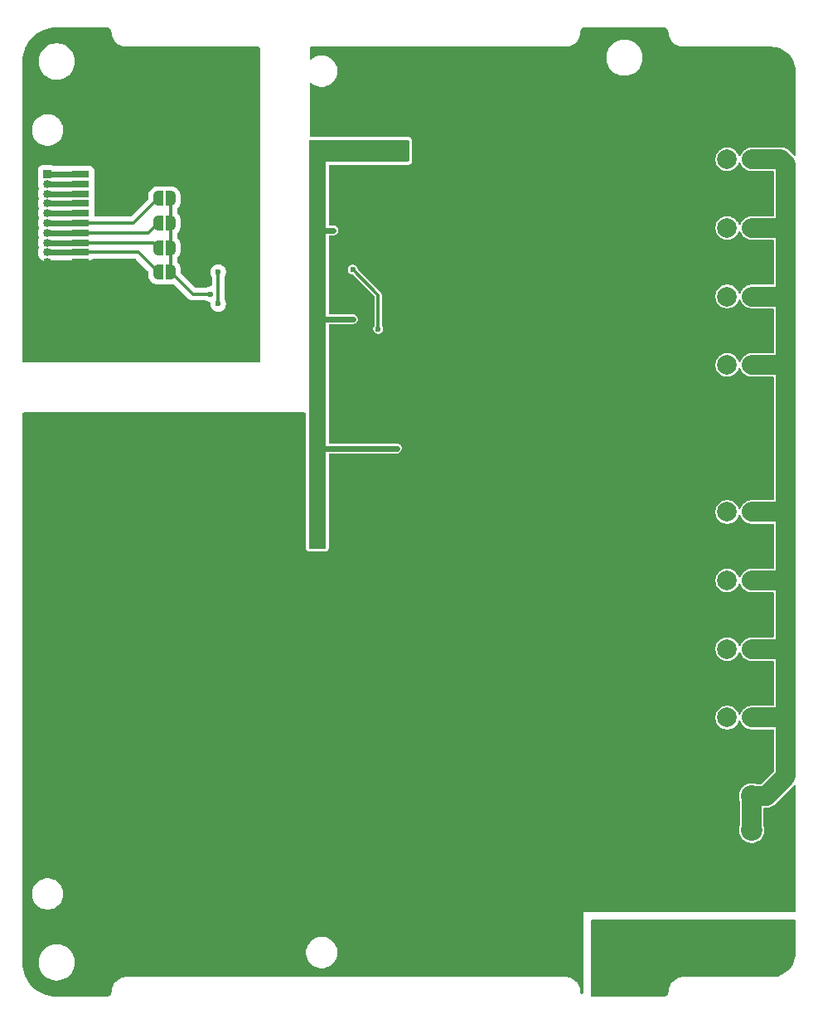
<source format=gbr>
%TF.GenerationSoftware,KiCad,Pcbnew,9.0.0*%
%TF.CreationDate,2025-03-07T09:36:14+03:00*%
%TF.ProjectId,PM_CNV-AI8_IU,504d5f43-4e56-42d4-9149-385f49552e6b,rev?*%
%TF.SameCoordinates,Original*%
%TF.FileFunction,Copper,L2,Bot*%
%TF.FilePolarity,Positive*%
%FSLAX46Y46*%
G04 Gerber Fmt 4.6, Leading zero omitted, Abs format (unit mm)*
G04 Created by KiCad (PCBNEW 9.0.0) date 2025-03-07 09:36:14*
%MOMM*%
%LPD*%
G01*
G04 APERTURE LIST*
G04 Aperture macros list*
%AMFreePoly0*
4,1,23,0.500000,-0.750000,0.000000,-0.750000,0.000000,-0.745722,-0.065263,-0.745722,-0.191342,-0.711940,-0.304381,-0.646677,-0.396677,-0.554381,-0.461940,-0.441342,-0.495722,-0.315263,-0.495722,-0.250000,-0.500000,-0.250000,-0.500000,0.250000,-0.495722,0.250000,-0.495722,0.315263,-0.461940,0.441342,-0.396677,0.554381,-0.304381,0.646677,-0.191342,0.711940,-0.065263,0.745722,0.000000,0.745722,
0.000000,0.750000,0.500000,0.750000,0.500000,-0.750000,0.500000,-0.750000,$1*%
%AMFreePoly1*
4,1,23,0.000000,0.745722,0.065263,0.745722,0.191342,0.711940,0.304381,0.646677,0.396677,0.554381,0.461940,0.441342,0.495722,0.315263,0.495722,0.250000,0.500000,0.250000,0.500000,-0.250000,0.495722,-0.250000,0.495722,-0.315263,0.461940,-0.441342,0.396677,-0.554381,0.304381,-0.646677,0.191342,-0.711940,0.065263,-0.745722,0.000000,-0.745722,0.000000,-0.750000,-0.500000,-0.750000,
-0.500000,0.750000,0.000000,0.750000,0.000000,0.745722,0.000000,0.745722,$1*%
G04 Aperture macros list end*
%TA.AperFunction,ComponentPad*%
%ADD10C,2.000000*%
%TD*%
%TA.AperFunction,ComponentPad*%
%ADD11R,0.850000X0.850000*%
%TD*%
%TA.AperFunction,ComponentPad*%
%ADD12O,0.850000X0.850000*%
%TD*%
%TA.AperFunction,ComponentPad*%
%ADD13O,6.350000X6.350000*%
%TD*%
%TA.AperFunction,ComponentPad*%
%ADD14C,2.200000*%
%TD*%
%TA.AperFunction,SMDPad,CuDef*%
%ADD15FreePoly0,0.000000*%
%TD*%
%TA.AperFunction,SMDPad,CuDef*%
%ADD16FreePoly1,0.000000*%
%TD*%
%TA.AperFunction,SMDPad,CuDef*%
%ADD17R,1.803400X0.635000*%
%TD*%
%TA.AperFunction,SMDPad,CuDef*%
%ADD18R,2.997200X2.590800*%
%TD*%
%TA.AperFunction,ViaPad*%
%ADD19C,0.600000*%
%TD*%
%TA.AperFunction,Conductor*%
%ADD20C,2.000000*%
%TD*%
%TA.AperFunction,Conductor*%
%ADD21C,0.600000*%
%TD*%
%TA.AperFunction,Conductor*%
%ADD22C,0.300000*%
%TD*%
G04 APERTURE END LIST*
D10*
%TO.P,J5,1,Pin_1*%
%TO.N,GND_F*%
X32500000Y-24500000D03*
%TO.P,J5,2,Pin_3*%
%TO.N,/7.SIG+*%
X32500000Y-21000000D03*
%TO.P,J5,3,3*%
%TO.N,GND_F*%
X32500000Y-17500000D03*
%TO.P,J5,4,4*%
%TO.N,/6.SIG+*%
X32500000Y-14000000D03*
%TO.P,J5,5,Pin_9*%
%TO.N,GND_F*%
X32500000Y-10500000D03*
%TO.P,J5,6,Pin_9*%
%TO.N,/5.SIG+*%
X32500000Y-7000000D03*
%TO.P,J5,7,Pin_9*%
%TO.N,GND_F*%
X32500000Y-3500000D03*
%TO.P,J5,8,Pin_9*%
%TO.N,/4.SIG+*%
X32500000Y0D03*
%TO.P,J5,9,Pin_2*%
%TO.N,GND_F*%
X35000000Y-24500000D03*
%TO.P,J5,10,Pin_4*%
%TO.N,+24V_F*%
X35000000Y-21000000D03*
%TO.P,J5,11,Pin_6*%
%TO.N,GND_F*%
X35000000Y-17500000D03*
%TO.P,J5,12,Pin_8*%
%TO.N,+24V_F*%
X35000000Y-14000000D03*
%TO.P,J5,13,Pin_10*%
%TO.N,GND_F*%
X35000000Y-10500000D03*
%TO.P,J5,14,Pin_10*%
%TO.N,+24V_F*%
X35000000Y-7000000D03*
%TO.P,J5,15,Pin_10*%
%TO.N,GND_F*%
X35000000Y-3500000D03*
%TO.P,J5,16,Pin_10*%
%TO.N,+24V_F*%
X35000000Y0D03*
%TD*%
D11*
%TO.P,J3,1,Pin_1*%
%TO.N,+5V_M*%
X-37000000Y34500000D03*
D12*
%TO.P,J3,2,Pin_2*%
%TO.N,+3.3V_M*%
X-37000000Y33500000D03*
%TO.P,J3,3,Pin_3*%
%TO.N,/MOSI_M*%
X-37000000Y32500000D03*
%TO.P,J3,4,Pin_4*%
%TO.N,/MISO_M*%
X-37000000Y31500000D03*
%TO.P,J3,5,Pin_5*%
%TO.N,/SCK_M*%
X-37000000Y30500000D03*
%TO.P,J3,6,Pin_6*%
%TO.N,/CS0_M*%
X-37000000Y29500000D03*
%TO.P,J3,7,Pin_7*%
%TO.N,/CS1_M*%
X-37000000Y28500000D03*
%TO.P,J3,8,Pin_8*%
%TO.N,/CS2_M*%
X-37000000Y27500000D03*
%TO.P,J3,9,Pin_9*%
%TO.N,/CS3_M*%
X-37000000Y26500000D03*
%TO.P,J3,10,Pin_10*%
%TO.N,GND_M*%
X-37000000Y25500000D03*
%TD*%
D10*
%TO.P,J4,1,Pin_1*%
%TO.N,GND_F*%
X32500000Y11500000D03*
%TO.P,J4,2,Pin_3*%
%TO.N,/3.SIG+*%
X32500000Y15000000D03*
%TO.P,J4,3,3*%
%TO.N,GND_F*%
X32500000Y18500000D03*
%TO.P,J4,4,4*%
%TO.N,/2.SIG+*%
X32500000Y22000000D03*
%TO.P,J4,5,Pin_9*%
%TO.N,GND_F*%
X32500000Y25500000D03*
%TO.P,J4,6,Pin_9*%
%TO.N,/1.SIG+*%
X32500000Y29000000D03*
%TO.P,J4,7,Pin_9*%
%TO.N,GND_F*%
X32500000Y32500000D03*
%TO.P,J4,8,Pin_9*%
%TO.N,/0.SIG+*%
X32500000Y36000000D03*
%TO.P,J4,9,Pin_2*%
%TO.N,GND_F*%
X35000000Y11500000D03*
%TO.P,J4,10,Pin_4*%
%TO.N,+24V_F*%
X35000000Y15000000D03*
%TO.P,J4,11,Pin_6*%
%TO.N,GND_F*%
X35000000Y18500000D03*
%TO.P,J4,12,Pin_8*%
%TO.N,+24V_F*%
X35000000Y22000000D03*
%TO.P,J4,13,Pin_10*%
%TO.N,GND_F*%
X35000000Y25500000D03*
%TO.P,J4,14,Pin_10*%
%TO.N,+24V_F*%
X35000000Y29000000D03*
%TO.P,J4,15,Pin_10*%
%TO.N,GND_F*%
X35000000Y32500000D03*
%TO.P,J4,16,Pin_10*%
%TO.N,+24V_F*%
X35000000Y36000000D03*
%TD*%
D13*
%TO.P,D9,1,1*%
%TO.N,PE*%
X22000000Y-46000000D03*
%TD*%
D14*
%TO.P,J6,1,Pin_1*%
%TO.N,PE*%
X35000000Y-43000000D03*
%TO.P,J6,2,Pin_2*%
%TO.N,GND_F*%
X35000000Y-39500000D03*
%TO.P,J6,3,Pin_3*%
X35000000Y-36000000D03*
%TO.P,J6,4,Pin_4*%
%TO.N,+24V_F*%
X35000000Y-32500000D03*
%TO.P,J6,5,Pin_5*%
X35000000Y-29000000D03*
%TD*%
D15*
%TO.P,JP4,1,A*%
%TO.N,/CS3_M*%
X-25650000Y24500000D03*
D16*
%TO.P,JP4,2,B*%
%TO.N,/CS_M*%
X-24350000Y24500000D03*
%TD*%
D17*
%TO.P,J2,1,Pin_1*%
%TO.N,+5V_M*%
X-33556000Y34499991D03*
%TO.P,J2,2,Pin_2*%
%TO.N,+3.3V_M*%
X-33556000Y33499993D03*
%TO.P,J2,3,Pin_3*%
%TO.N,/MOSI_M*%
X-33556000Y32499995D03*
%TO.P,J2,4,Pin_4*%
%TO.N,/MISO_M*%
X-33556000Y31499997D03*
%TO.P,J2,5,Pin_5*%
%TO.N,/SCK_M*%
X-33556000Y30499999D03*
%TO.P,J2,6,Pin_6*%
%TO.N,/CS0_M*%
X-33556000Y29500001D03*
%TO.P,J2,7,Pin_7*%
%TO.N,/CS1_M*%
X-33556000Y28500003D03*
%TO.P,J2,8,Pin_8*%
%TO.N,/CS2_M*%
X-33556000Y27500005D03*
%TO.P,J2,9,Pin_9*%
%TO.N,/CS3_M*%
X-33556000Y26500007D03*
%TO.P,J2,10,Pin_10*%
%TO.N,GND_M*%
X-33556000Y25500009D03*
D18*
%TO.P,J2,11,Pin_11*%
X-31385999Y36850002D03*
X-31385999Y23149998D03*
%TD*%
D15*
%TO.P,JP2,1,A*%
%TO.N,/CS1_M*%
X-25650000Y29500000D03*
D16*
%TO.P,JP2,2,B*%
%TO.N,/CS_M*%
X-24350000Y29500000D03*
%TD*%
D15*
%TO.P,JP1,1,A*%
%TO.N,/CS0_M*%
X-25650000Y32000000D03*
D16*
%TO.P,JP1,2,B*%
%TO.N,/CS_M*%
X-24350000Y32000000D03*
%TD*%
D15*
%TO.P,JP3,1,A*%
%TO.N,/CS2_M*%
X-25650000Y27000000D03*
D16*
%TO.P,JP3,2,B*%
%TO.N,/CS_M*%
X-24350000Y27000000D03*
%TD*%
D19*
%TO.N,GND_M*%
X-31000000Y39000000D03*
X-31000000Y21000000D03*
X-33000000Y21000000D03*
X-32000000Y21000000D03*
X-33000000Y39000000D03*
X-30000000Y39000000D03*
X-30000000Y21000000D03*
X-32000000Y39000000D03*
%TO.N,+5V_F*%
X-1250000Y6500000D03*
X-5750000Y36250000D03*
X-3500000Y6500000D03*
X-5000000Y36250000D03*
X-3500000Y36250000D03*
X-2750000Y36250000D03*
X-4250000Y36250000D03*
X-2000000Y36250000D03*
X-500000Y36250000D03*
X-7750000Y28750000D03*
X-1250000Y36250000D03*
X-9470000Y-3030000D03*
X-5750000Y19685000D03*
%TO.N,/MOSI_F*%
X-3150000Y18692629D03*
X-5750000Y24750000D03*
%TO.N,/CS_M*%
X-20250000Y22250000D03*
%TO.N,/MISO_M*%
X-19500000Y24500000D03*
X-19500000Y21250000D03*
%TD*%
D20*
%TO.N,+24V_F*%
X35000000Y22000000D02*
X38500000Y22000000D01*
X38500000Y-21000000D02*
X38500000Y-14000000D01*
X36500000Y-29000000D02*
X38500000Y-27000000D01*
X35000000Y0D02*
X38500000Y0D01*
X38500000Y-7000000D02*
X35000000Y-7000000D01*
X38500000Y22000000D02*
X38500000Y29000000D01*
X35000000Y-29000000D02*
X36500000Y-29000000D01*
X38500000Y-7000000D02*
X38500000Y0D01*
X38500000Y29000000D02*
X38500000Y35500000D01*
X38000000Y36000000D02*
X35000000Y36000000D01*
X38500000Y15000000D02*
X38500000Y22000000D01*
X38500000Y0D02*
X38500000Y15000000D01*
X35000000Y-32500000D02*
X35000000Y-29000000D01*
X35000000Y-21000000D02*
X38500000Y-21000000D01*
X35000000Y29000000D02*
X38500000Y29000000D01*
X38500000Y35500000D02*
X38000000Y36000000D01*
X35000000Y-14000000D02*
X38500000Y-14000000D01*
X38500000Y-14000000D02*
X38500000Y-7000000D01*
X35000000Y15000000D02*
X38500000Y15000000D01*
X38500000Y-27000000D02*
X38500000Y-21000000D01*
D21*
%TO.N,+5V_M*%
X-37000000Y34500000D02*
X-33556009Y34500000D01*
X-33556009Y34500000D02*
X-33556000Y34499991D01*
%TO.N,+3.3V_M*%
X-33556000Y33499993D02*
X-36999993Y33499993D01*
X-36999993Y33499993D02*
X-37000000Y33500000D01*
%TO.N,+5V_F*%
X-3500000Y6500000D02*
X-1250000Y6500000D01*
X-5750000Y19685000D02*
X-9250000Y19685000D01*
X-7750000Y28750000D02*
X-9250000Y28750000D01*
X-9250000Y6500000D02*
X-3500000Y6500000D01*
D22*
%TO.N,/MOSI_F*%
X-3150000Y22150000D02*
X-5750000Y24750000D01*
X-3150000Y18692629D02*
X-3150000Y22150000D01*
%TO.N,/CS_M*%
X-24350000Y32000000D02*
X-24350000Y29500000D01*
X-24350000Y27000000D02*
X-24350000Y24500000D01*
X-24350000Y29500000D02*
X-24350000Y27000000D01*
X-24350000Y24500000D02*
X-22100000Y22250000D01*
X-22100000Y22250000D02*
X-20250000Y22250000D01*
%TO.N,/MISO_M*%
X-19500000Y21250000D02*
X-19500000Y24500000D01*
D21*
X-33556000Y31499997D02*
X-36999997Y31499997D01*
X-36999997Y31499997D02*
X-37000000Y31500000D01*
%TO.N,/SCK_M*%
X-33556001Y30500000D02*
X-33556000Y30499999D01*
X-37000000Y30500000D02*
X-33556001Y30500000D01*
%TO.N,/MOSI_M*%
X-37000000Y32500000D02*
X-33556005Y32500000D01*
X-33556005Y32500000D02*
X-33556000Y32499995D01*
D22*
%TO.N,/CS2_M*%
X-26150005Y27500005D02*
X-33556000Y27500005D01*
X-25650000Y27000000D02*
X-26150005Y27500005D01*
D21*
X-33556000Y27500005D02*
X-36999995Y27500005D01*
X-36999995Y27500005D02*
X-37000000Y27500000D01*
D22*
%TO.N,/CS0_M*%
X-25650000Y32000000D02*
X-28149999Y29500001D01*
D21*
X-33556000Y29500001D02*
X-36999999Y29500001D01*
D22*
X-28149999Y29500001D02*
X-33556000Y29500001D01*
D21*
X-36999999Y29500001D02*
X-37000000Y29500000D01*
D22*
%TO.N,/CS3_M*%
X-27650007Y26500007D02*
X-33556000Y26500007D01*
D21*
X-37000000Y26500000D02*
X-33556007Y26500000D01*
D22*
X-25650000Y24500000D02*
X-27650007Y26500007D01*
D21*
X-33556007Y26500000D02*
X-33556000Y26500007D01*
D22*
%TO.N,/CS1_M*%
X-26649997Y28500003D02*
X-33556000Y28500003D01*
D21*
X-37000000Y28500000D02*
X-33556003Y28500000D01*
D22*
X-25650000Y29500000D02*
X-26649997Y28500003D01*
D21*
X-33556003Y28500000D02*
X-33556000Y28500003D01*
%TD*%
%TA.AperFunction,Conductor*%
%TO.N,GND_M*%
G36*
X-30893078Y49498720D02*
G01*
X-30802734Y49488541D01*
X-30775669Y49482364D01*
X-30696460Y49454648D01*
X-30671447Y49442602D01*
X-30600394Y49397957D01*
X-30578687Y49380645D01*
X-30519356Y49321314D01*
X-30502043Y49299605D01*
X-30457400Y49228556D01*
X-30445352Y49203538D01*
X-30417638Y49124334D01*
X-30411460Y49097265D01*
X-30401280Y49006924D01*
X-30400500Y48993039D01*
X-30400500Y48892683D01*
X-30369956Y48680236D01*
X-30369953Y48680226D01*
X-30309483Y48474285D01*
X-30220328Y48279062D01*
X-30220321Y48279049D01*
X-30104280Y48098486D01*
X-29963725Y47936276D01*
X-29839723Y47828828D01*
X-29801513Y47795719D01*
X-29689772Y47723908D01*
X-29620952Y47679680D01*
X-29620939Y47679673D01*
X-29425716Y47590518D01*
X-29425712Y47590517D01*
X-29425710Y47590516D01*
X-29219769Y47530046D01*
X-29219768Y47530046D01*
X-29219765Y47530045D01*
X-29156416Y47520938D01*
X-29007318Y47499500D01*
X-29007317Y47499500D01*
X-15364000Y47499500D01*
X-15296961Y47479815D01*
X-15251206Y47427011D01*
X-15240000Y47375500D01*
X-15240000Y15364000D01*
X-15259685Y15296961D01*
X-15312489Y15251206D01*
X-15364000Y15240000D01*
X-39375500Y15240000D01*
X-39442539Y15259685D01*
X-39488294Y15312489D01*
X-39499500Y15364000D01*
X-39499500Y33408844D01*
X-37925501Y33408844D01*
X-37889935Y33230048D01*
X-37889933Y33230042D01*
X-37820165Y33061606D01*
X-37818475Y33058444D01*
X-37818092Y33056601D01*
X-37817836Y33055984D01*
X-37817953Y33055936D01*
X-37804239Y32990040D01*
X-37818475Y32941556D01*
X-37820165Y32938395D01*
X-37889933Y32769959D01*
X-37889935Y32769953D01*
X-37925500Y32591157D01*
X-37925500Y32591154D01*
X-37925500Y32408846D01*
X-37925500Y32408844D01*
X-37925501Y32408844D01*
X-37889935Y32230048D01*
X-37889933Y32230042D01*
X-37820165Y32061606D01*
X-37818475Y32058444D01*
X-37818092Y32056601D01*
X-37817836Y32055984D01*
X-37817953Y32055936D01*
X-37804239Y31990040D01*
X-37818475Y31941556D01*
X-37820165Y31938395D01*
X-37889933Y31769959D01*
X-37889935Y31769953D01*
X-37925500Y31591157D01*
X-37925500Y31591154D01*
X-37925500Y31408846D01*
X-37925500Y31408844D01*
X-37925501Y31408844D01*
X-37889935Y31230048D01*
X-37889933Y31230042D01*
X-37820165Y31061606D01*
X-37818475Y31058444D01*
X-37818092Y31056601D01*
X-37817836Y31055984D01*
X-37817953Y31055936D01*
X-37804239Y30990040D01*
X-37818475Y30941556D01*
X-37820165Y30938395D01*
X-37889933Y30769959D01*
X-37889935Y30769953D01*
X-37925500Y30591157D01*
X-37925500Y30591154D01*
X-37925500Y30408846D01*
X-37925500Y30408844D01*
X-37925501Y30408844D01*
X-37889935Y30230048D01*
X-37889933Y30230042D01*
X-37820165Y30061606D01*
X-37818475Y30058444D01*
X-37818092Y30056601D01*
X-37817836Y30055984D01*
X-37817953Y30055936D01*
X-37804239Y29990040D01*
X-37818475Y29941556D01*
X-37820165Y29938395D01*
X-37889933Y29769959D01*
X-37889935Y29769953D01*
X-37925500Y29591157D01*
X-37925500Y29591154D01*
X-37925500Y29408846D01*
X-37925500Y29408844D01*
X-37925501Y29408844D01*
X-37889935Y29230048D01*
X-37889933Y29230042D01*
X-37820165Y29061606D01*
X-37818475Y29058444D01*
X-37818092Y29056601D01*
X-37817836Y29055984D01*
X-37817953Y29055936D01*
X-37804239Y28990040D01*
X-37818475Y28941556D01*
X-37820165Y28938395D01*
X-37889933Y28769959D01*
X-37889935Y28769953D01*
X-37925500Y28591157D01*
X-37925500Y28591154D01*
X-37925500Y28408846D01*
X-37925500Y28408844D01*
X-37925501Y28408844D01*
X-37889935Y28230048D01*
X-37889933Y28230042D01*
X-37820165Y28061606D01*
X-37818475Y28058444D01*
X-37818092Y28056601D01*
X-37817836Y28055984D01*
X-37817953Y28055936D01*
X-37804239Y27990040D01*
X-37818475Y27941556D01*
X-37820165Y27938395D01*
X-37889933Y27769959D01*
X-37889935Y27769953D01*
X-37925500Y27591157D01*
X-37925500Y27591154D01*
X-37925500Y27408846D01*
X-37925500Y27408844D01*
X-37925501Y27408844D01*
X-37889935Y27230048D01*
X-37889933Y27230042D01*
X-37820165Y27061606D01*
X-37818475Y27058444D01*
X-37818092Y27056601D01*
X-37817836Y27055984D01*
X-37817953Y27055936D01*
X-37804239Y26990040D01*
X-37818475Y26941556D01*
X-37820165Y26938395D01*
X-37889933Y26769959D01*
X-37889935Y26769953D01*
X-37925500Y26591157D01*
X-37925500Y26591154D01*
X-37925500Y26408846D01*
X-37925500Y26408844D01*
X-37925501Y26408844D01*
X-37889935Y26230048D01*
X-37889932Y26230038D01*
X-37820169Y26061613D01*
X-37820167Y26061609D01*
X-37718887Y25910033D01*
X-37718881Y25910025D01*
X-37589976Y25781120D01*
X-37589968Y25781114D01*
X-37438392Y25679834D01*
X-37438388Y25679832D01*
X-37269963Y25610069D01*
X-37269958Y25610067D01*
X-37269954Y25610067D01*
X-37269953Y25610066D01*
X-37091157Y25574500D01*
X-37091154Y25574500D01*
X-36908844Y25574500D01*
X-36788555Y25598428D01*
X-36730042Y25610067D01*
X-36561611Y25679833D01*
X-36561603Y25679839D01*
X-36556237Y25682706D01*
X-36555393Y25681127D01*
X-36496770Y25699480D01*
X-36494562Y25699500D01*
X-34617273Y25699500D01*
X-34573940Y25691682D01*
X-34565183Y25688416D01*
X-34565184Y25688416D01*
X-34558256Y25687672D01*
X-34505573Y25682007D01*
X-32606428Y25682008D01*
X-32546817Y25688416D01*
X-32411969Y25738711D01*
X-32297004Y25824775D01*
X-32231540Y25849191D01*
X-32222693Y25849507D01*
X-27970815Y25849507D01*
X-27903776Y25829822D01*
X-27883134Y25813188D01*
X-26691819Y24621873D01*
X-26658334Y24560550D01*
X-26655500Y24534192D01*
X-26655500Y24184167D01*
X-26638276Y24053342D01*
X-26604200Y23926171D01*
X-26553698Y23804250D01*
X-26553697Y23804249D01*
X-26487880Y23690251D01*
X-26487868Y23690233D01*
X-26407545Y23585556D01*
X-26407541Y23585551D01*
X-26314449Y23492459D01*
X-26314445Y23492456D01*
X-26209768Y23412133D01*
X-26209764Y23412131D01*
X-26209757Y23412125D01*
X-26209750Y23412121D01*
X-26095752Y23346304D01*
X-26095751Y23346303D01*
X-26095748Y23346302D01*
X-26095743Y23346299D01*
X-25973829Y23295800D01*
X-25846662Y23261725D01*
X-25715826Y23244500D01*
X-25715819Y23244500D01*
X-25150000Y23244500D01*
X-25078060Y23249645D01*
X-25040741Y23260604D01*
X-24988159Y23264364D01*
X-24850000Y23244500D01*
X-24849997Y23244500D01*
X-24284181Y23244500D01*
X-24284174Y23244500D01*
X-24153338Y23261725D01*
X-24126536Y23268907D01*
X-24056687Y23267246D01*
X-24006760Y23236814D01*
X-22514675Y21744728D01*
X-22514669Y21744723D01*
X-22408126Y21673534D01*
X-22338779Y21644811D01*
X-22289744Y21624499D01*
X-22289741Y21624499D01*
X-22289740Y21624498D01*
X-22164072Y21599500D01*
X-22164069Y21599500D01*
X-22164068Y21599500D01*
X-22035931Y21599500D01*
X-20754935Y21599500D01*
X-20687896Y21579815D01*
X-20686091Y21578634D01*
X-20629179Y21540606D01*
X-20629177Y21540605D01*
X-20629173Y21540603D01*
X-20491317Y21483502D01*
X-20483497Y21480263D01*
X-20437086Y21471032D01*
X-20399618Y21463578D01*
X-20337707Y21431193D01*
X-20303133Y21370478D01*
X-20300747Y21334934D01*
X-20300500Y21334934D01*
X-20300500Y21331257D01*
X-20300404Y21329826D01*
X-20300500Y21328850D01*
X-20300500Y21171154D01*
X-20269739Y21016511D01*
X-20269736Y21016499D01*
X-20209398Y20870828D01*
X-20209391Y20870815D01*
X-20121790Y20739712D01*
X-20121787Y20739708D01*
X-20010293Y20628214D01*
X-20010289Y20628211D01*
X-19879186Y20540610D01*
X-19879173Y20540603D01*
X-19733502Y20480265D01*
X-19733497Y20480263D01*
X-19578847Y20449501D01*
X-19578844Y20449500D01*
X-19578842Y20449500D01*
X-19421156Y20449500D01*
X-19421155Y20449501D01*
X-19266503Y20480263D01*
X-19120821Y20540606D01*
X-18989711Y20628211D01*
X-18878211Y20739711D01*
X-18790606Y20870821D01*
X-18730263Y21016503D01*
X-18699500Y21171158D01*
X-18699500Y21328842D01*
X-18699500Y21328845D01*
X-18699501Y21328847D01*
X-18730262Y21483490D01*
X-18730263Y21483497D01*
X-18753918Y21540606D01*
X-18790603Y21629172D01*
X-18790604Y21629173D01*
X-18790606Y21629179D01*
X-18828604Y21686047D01*
X-18849480Y21752724D01*
X-18849500Y21754936D01*
X-18849500Y23995065D01*
X-18829815Y24062104D01*
X-18828634Y24063910D01*
X-18790606Y24120821D01*
X-18730263Y24266503D01*
X-18699500Y24421158D01*
X-18699500Y24578842D01*
X-18699500Y24578845D01*
X-18699501Y24578847D01*
X-18700835Y24585554D01*
X-18730263Y24733497D01*
X-18764362Y24815820D01*
X-18790603Y24879173D01*
X-18790610Y24879186D01*
X-18878211Y25010289D01*
X-18878214Y25010293D01*
X-18989708Y25121787D01*
X-18989712Y25121790D01*
X-19120815Y25209391D01*
X-19120828Y25209398D01*
X-19266499Y25269736D01*
X-19266511Y25269739D01*
X-19421155Y25300500D01*
X-19421158Y25300500D01*
X-19578842Y25300500D01*
X-19578845Y25300500D01*
X-19733490Y25269739D01*
X-19733502Y25269736D01*
X-19879173Y25209398D01*
X-19879186Y25209391D01*
X-20010289Y25121790D01*
X-20010293Y25121787D01*
X-20121787Y25010293D01*
X-20121790Y25010289D01*
X-20209391Y24879186D01*
X-20209398Y24879173D01*
X-20269736Y24733502D01*
X-20269739Y24733490D01*
X-20300500Y24578847D01*
X-20300500Y24421154D01*
X-20269739Y24266511D01*
X-20269736Y24266499D01*
X-20209398Y24120828D01*
X-20209394Y24120821D01*
X-20171398Y24063956D01*
X-20150520Y23997279D01*
X-20150500Y23995065D01*
X-20150500Y23174500D01*
X-20170185Y23107461D01*
X-20222989Y23061706D01*
X-20274500Y23050500D01*
X-20328845Y23050500D01*
X-20483490Y23019739D01*
X-20483502Y23019736D01*
X-20629173Y22959398D01*
X-20629180Y22959394D01*
X-20658072Y22940089D01*
X-20686045Y22921398D01*
X-20752721Y22900520D01*
X-20754935Y22900500D01*
X-21779192Y22900500D01*
X-21846231Y22920185D01*
X-21866873Y22936819D01*
X-23308181Y24378127D01*
X-23341666Y24439450D01*
X-23344500Y24465808D01*
X-23344500Y24815820D01*
X-23344501Y24815834D01*
X-23361725Y24946659D01*
X-23361725Y24946662D01*
X-23395800Y25073829D01*
X-23446299Y25195743D01*
X-23446302Y25195748D01*
X-23446303Y25195751D01*
X-23446304Y25195752D01*
X-23512121Y25309750D01*
X-23512125Y25309757D01*
X-23592459Y25414449D01*
X-23663181Y25485171D01*
X-23696666Y25546494D01*
X-23699500Y25572852D01*
X-23699500Y25927148D01*
X-23679815Y25994187D01*
X-23663181Y26014829D01*
X-23592459Y26085551D01*
X-23512125Y26190243D01*
X-23446299Y26304257D01*
X-23395800Y26426171D01*
X-23361725Y26553338D01*
X-23344500Y26684174D01*
X-23344500Y27315826D01*
X-23361725Y27446662D01*
X-23395800Y27573829D01*
X-23446299Y27695743D01*
X-23446302Y27695748D01*
X-23446303Y27695751D01*
X-23446304Y27695752D01*
X-23512121Y27809750D01*
X-23512125Y27809757D01*
X-23592459Y27914449D01*
X-23663181Y27985171D01*
X-23696666Y28046494D01*
X-23699500Y28072852D01*
X-23699500Y28427148D01*
X-23679815Y28494187D01*
X-23663181Y28514829D01*
X-23592459Y28585551D01*
X-23512125Y28690243D01*
X-23446299Y28804257D01*
X-23395800Y28926171D01*
X-23361725Y29053338D01*
X-23344500Y29184174D01*
X-23344500Y29815826D01*
X-23361725Y29946662D01*
X-23395800Y30073829D01*
X-23446299Y30195743D01*
X-23446302Y30195748D01*
X-23446303Y30195751D01*
X-23446304Y30195752D01*
X-23512121Y30309750D01*
X-23512125Y30309757D01*
X-23592459Y30414449D01*
X-23663181Y30485171D01*
X-23696666Y30546494D01*
X-23699500Y30572852D01*
X-23699500Y30927148D01*
X-23679815Y30994187D01*
X-23663181Y31014829D01*
X-23634675Y31043335D01*
X-23592459Y31085551D01*
X-23512125Y31190243D01*
X-23446299Y31304257D01*
X-23395800Y31426171D01*
X-23361725Y31553338D01*
X-23344500Y31684174D01*
X-23344500Y32315826D01*
X-23361725Y32446662D01*
X-23395800Y32573829D01*
X-23446299Y32695743D01*
X-23446302Y32695748D01*
X-23446303Y32695751D01*
X-23446304Y32695752D01*
X-23512121Y32809750D01*
X-23512125Y32809757D01*
X-23554797Y32865367D01*
X-23592456Y32914445D01*
X-23592459Y32914449D01*
X-23685551Y33007541D01*
X-23710063Y33026350D01*
X-23790233Y33087868D01*
X-23790251Y33087880D01*
X-23904249Y33153697D01*
X-23904250Y33153698D01*
X-24026171Y33204200D01*
X-24122635Y33230048D01*
X-24153338Y33238275D01*
X-24153339Y33238276D01*
X-24153342Y33238276D01*
X-24284167Y33255500D01*
X-24284174Y33255500D01*
X-24850000Y33255500D01*
X-24850003Y33255500D01*
X-24921939Y33250356D01*
X-24921944Y33250355D01*
X-24959265Y33239397D01*
X-25011842Y33235637D01*
X-25149999Y33255500D01*
X-25150000Y33255500D01*
X-25715826Y33255500D01*
X-25715834Y33255500D01*
X-25846659Y33238276D01*
X-25973830Y33204200D01*
X-26095751Y33153698D01*
X-26095752Y33153697D01*
X-26209750Y33087880D01*
X-26209768Y33087868D01*
X-26314445Y33007545D01*
X-26314455Y33007536D01*
X-26407536Y32914455D01*
X-26407545Y32914445D01*
X-26487868Y32809768D01*
X-26487880Y32809750D01*
X-26553697Y32695752D01*
X-26553698Y32695751D01*
X-26604200Y32573830D01*
X-26638276Y32446659D01*
X-26655500Y32315834D01*
X-26655500Y31965808D01*
X-26675185Y31898769D01*
X-26691819Y31878127D01*
X-28383126Y30186820D01*
X-28444449Y30153335D01*
X-28470807Y30150501D01*
X-32029800Y30150501D01*
X-32096839Y30170186D01*
X-32142594Y30222990D01*
X-32153800Y30274501D01*
X-32153801Y30865370D01*
X-32153802Y30865376D01*
X-32160209Y30924983D01*
X-32172026Y30956663D01*
X-32177012Y31026354D01*
X-32172031Y31043321D01*
X-32160209Y31075014D01*
X-32153800Y31134624D01*
X-32153801Y31865369D01*
X-32160209Y31924980D01*
X-32172027Y31956663D01*
X-32177012Y32026352D01*
X-32172031Y32043319D01*
X-32160209Y32075012D01*
X-32153800Y32134622D01*
X-32153801Y32865367D01*
X-32160209Y32924978D01*
X-32172027Y32956661D01*
X-32177012Y33026350D01*
X-32172031Y33043317D01*
X-32160209Y33075010D01*
X-32153800Y33134620D01*
X-32153801Y33865365D01*
X-32160209Y33924976D01*
X-32172027Y33956659D01*
X-32177012Y34026348D01*
X-32172031Y34043315D01*
X-32160209Y34075008D01*
X-32153800Y34134618D01*
X-32153801Y34865363D01*
X-32160209Y34924974D01*
X-32210504Y35059822D01*
X-32210505Y35059823D01*
X-32210507Y35059827D01*
X-32296753Y35175036D01*
X-32296756Y35175039D01*
X-32411965Y35261285D01*
X-32411972Y35261289D01*
X-32546818Y35311583D01*
X-32546817Y35311583D01*
X-32606417Y35317990D01*
X-32606419Y35317991D01*
X-32606427Y35317991D01*
X-32606436Y35317991D01*
X-34505571Y35317991D01*
X-34505577Y35317990D01*
X-34565184Y35311583D01*
X-34573935Y35308318D01*
X-34617268Y35300500D01*
X-36200165Y35300500D01*
X-36267204Y35320185D01*
X-36274476Y35325233D01*
X-36332669Y35368796D01*
X-36332672Y35368798D01*
X-36467518Y35419092D01*
X-36467517Y35419092D01*
X-36527117Y35425499D01*
X-36527119Y35425500D01*
X-36527127Y35425500D01*
X-36527136Y35425500D01*
X-37472871Y35425500D01*
X-37472877Y35425499D01*
X-37532484Y35419092D01*
X-37667329Y35368798D01*
X-37667336Y35368794D01*
X-37782545Y35282548D01*
X-37782548Y35282545D01*
X-37868794Y35167336D01*
X-37868798Y35167329D01*
X-37919092Y35032483D01*
X-37925499Y34972884D01*
X-37925500Y34972865D01*
X-37925500Y34027130D01*
X-37925499Y34027124D01*
X-37919092Y33967517D01*
X-37883553Y33872235D01*
X-37878569Y33802544D01*
X-37885172Y33781455D01*
X-37889931Y33769966D01*
X-37889935Y33769953D01*
X-37925500Y33591157D01*
X-37925500Y33591154D01*
X-37925500Y33408846D01*
X-37925500Y33408844D01*
X-37925501Y33408844D01*
X-39499500Y33408844D01*
X-39499500Y39125962D01*
X-38526771Y39125962D01*
X-38526771Y38874039D01*
X-38487361Y38625215D01*
X-38409511Y38385617D01*
X-38295139Y38161152D01*
X-38147070Y37957351D01*
X-38147066Y37957346D01*
X-37968926Y37779206D01*
X-37968921Y37779202D01*
X-37791154Y37650048D01*
X-37765116Y37631130D01*
X-37622087Y37558253D01*
X-37540655Y37516761D01*
X-37540653Y37516761D01*
X-37540650Y37516759D01*
X-37301056Y37438910D01*
X-37052233Y37399500D01*
X-37052232Y37399500D01*
X-36800310Y37399500D01*
X-36800309Y37399500D01*
X-36551486Y37438910D01*
X-36311892Y37516759D01*
X-36087426Y37631130D01*
X-35883615Y37779207D01*
X-35705478Y37957344D01*
X-35557401Y38161155D01*
X-35443030Y38385621D01*
X-35365181Y38625215D01*
X-35325771Y38874038D01*
X-35325771Y39125962D01*
X-35365181Y39374785D01*
X-35443030Y39614379D01*
X-35443032Y39614382D01*
X-35443032Y39614384D01*
X-35484524Y39695816D01*
X-35557401Y39838845D01*
X-35576319Y39864883D01*
X-35705473Y40042650D01*
X-35705477Y40042655D01*
X-35883617Y40220795D01*
X-35883622Y40220799D01*
X-36087423Y40368868D01*
X-36087424Y40368869D01*
X-36087426Y40368870D01*
X-36157524Y40404587D01*
X-36311888Y40483240D01*
X-36551486Y40561090D01*
X-36800309Y40600500D01*
X-37052233Y40600500D01*
X-37176645Y40580795D01*
X-37301057Y40561090D01*
X-37540655Y40483240D01*
X-37765120Y40368868D01*
X-37968921Y40220799D01*
X-37968926Y40220795D01*
X-38147066Y40042655D01*
X-38147070Y40042650D01*
X-38295139Y39838849D01*
X-38409511Y39614384D01*
X-38487361Y39374786D01*
X-38526771Y39125962D01*
X-39499500Y39125962D01*
X-39499500Y45996949D01*
X-39499351Y46003034D01*
X-39493541Y46121289D01*
X-37850500Y46121289D01*
X-37850500Y45878712D01*
X-37818839Y45638215D01*
X-37756053Y45403896D01*
X-37663227Y45179795D01*
X-37663224Y45179788D01*
X-37541936Y44969711D01*
X-37541934Y44969708D01*
X-37541933Y44969707D01*
X-37394267Y44777264D01*
X-37394261Y44777257D01*
X-37222744Y44605740D01*
X-37222738Y44605735D01*
X-37030289Y44458064D01*
X-36820212Y44336776D01*
X-36596100Y44243946D01*
X-36361789Y44181162D01*
X-36181414Y44157416D01*
X-36121289Y44149500D01*
X-36121288Y44149500D01*
X-35878711Y44149500D01*
X-35830612Y44155833D01*
X-35638211Y44181162D01*
X-35403900Y44243946D01*
X-35179788Y44336776D01*
X-34969711Y44458064D01*
X-34777262Y44605735D01*
X-34605735Y44777262D01*
X-34458064Y44969711D01*
X-34336776Y45179788D01*
X-34243946Y45403900D01*
X-34181162Y45638211D01*
X-34149500Y45878712D01*
X-34149500Y46121288D01*
X-34150836Y46131433D01*
X-34178690Y46343011D01*
X-34181162Y46361789D01*
X-34243946Y46596100D01*
X-34336776Y46820212D01*
X-34458064Y47030289D01*
X-34605735Y47222738D01*
X-34605740Y47222744D01*
X-34777257Y47394261D01*
X-34777264Y47394267D01*
X-34969707Y47541933D01*
X-34969708Y47541934D01*
X-34969711Y47541936D01*
X-35179788Y47663224D01*
X-35219516Y47679680D01*
X-35403896Y47756053D01*
X-35521056Y47787446D01*
X-35638211Y47818838D01*
X-35638212Y47818839D01*
X-35638215Y47818839D01*
X-35878711Y47850500D01*
X-35878712Y47850500D01*
X-36121288Y47850500D01*
X-36121289Y47850500D01*
X-36361786Y47818839D01*
X-36596105Y47756053D01*
X-36820206Y47663227D01*
X-36820215Y47663223D01*
X-37030294Y47541933D01*
X-37222737Y47394267D01*
X-37222744Y47394261D01*
X-37394261Y47222744D01*
X-37394267Y47222737D01*
X-37541933Y47030294D01*
X-37663223Y46820215D01*
X-37663227Y46820206D01*
X-37756053Y46596105D01*
X-37818839Y46361786D01*
X-37850500Y46121289D01*
X-39493541Y46121289D01*
X-39493043Y46131432D01*
X-39493043Y46131433D01*
X-39482948Y46336928D01*
X-39481755Y46349038D01*
X-39479864Y46361789D01*
X-39433151Y46676704D01*
X-39430782Y46688615D01*
X-39350290Y47009957D01*
X-39346760Y47021589D01*
X-39274788Y47222737D01*
X-39235165Y47333475D01*
X-39230524Y47344682D01*
X-39088876Y47644172D01*
X-39083160Y47654864D01*
X-38912855Y47939002D01*
X-38906112Y47949095D01*
X-38708768Y48215182D01*
X-38701065Y48224567D01*
X-38478595Y48470025D01*
X-38470025Y48478595D01*
X-38224567Y48701065D01*
X-38215182Y48708768D01*
X-37949095Y48906112D01*
X-37939002Y48912855D01*
X-37654864Y49083160D01*
X-37644172Y49088876D01*
X-37344682Y49230524D01*
X-37333475Y49235165D01*
X-37021588Y49346761D01*
X-37009957Y49350290D01*
X-36688615Y49430782D01*
X-36676704Y49433151D01*
X-36349038Y49481756D01*
X-36336932Y49482948D01*
X-36003033Y49499352D01*
X-35996949Y49499500D01*
X-35934108Y49499500D01*
X-30965892Y49499500D01*
X-30906962Y49499500D01*
X-30893078Y49498720D01*
G37*
%TD.AperFunction*%
%TD*%
%TA.AperFunction,Conductor*%
%TO.N,PE*%
G36*
X39442539Y-41675685D02*
G01*
X39488294Y-41728489D01*
X39499500Y-41780000D01*
X39499500Y-44996249D01*
X39499274Y-45003736D01*
X39481728Y-45293794D01*
X39479923Y-45308659D01*
X39428219Y-45590798D01*
X39424635Y-45605336D01*
X39339306Y-45879167D01*
X39333997Y-45893168D01*
X39216275Y-46154736D01*
X39209316Y-46167995D01*
X39060928Y-46413459D01*
X39052422Y-46425782D01*
X38875526Y-46651573D01*
X38865596Y-46662781D01*
X38662781Y-46865596D01*
X38651573Y-46875526D01*
X38425782Y-47052422D01*
X38413459Y-47060928D01*
X38167995Y-47209316D01*
X38154736Y-47216275D01*
X37893168Y-47333997D01*
X37879167Y-47339306D01*
X37605336Y-47424635D01*
X37590798Y-47428219D01*
X37308659Y-47479923D01*
X37293794Y-47481728D01*
X37003736Y-47499274D01*
X36996249Y-47499500D01*
X27892682Y-47499500D01*
X27680235Y-47530044D01*
X27680225Y-47530047D01*
X27474284Y-47590517D01*
X27279061Y-47679672D01*
X27279048Y-47679679D01*
X27098485Y-47795720D01*
X26936275Y-47936275D01*
X26795720Y-48098485D01*
X26679679Y-48279048D01*
X26679672Y-48279061D01*
X26590517Y-48474284D01*
X26530047Y-48680225D01*
X26530044Y-48680235D01*
X26499500Y-48892682D01*
X26499500Y-48993038D01*
X26498720Y-49006923D01*
X26488540Y-49097264D01*
X26482362Y-49124333D01*
X26454648Y-49203537D01*
X26442600Y-49228555D01*
X26397957Y-49299604D01*
X26380644Y-49321313D01*
X26321313Y-49380644D01*
X26299604Y-49397957D01*
X26228555Y-49442600D01*
X26203537Y-49454648D01*
X26124333Y-49482362D01*
X26097264Y-49488540D01*
X26017075Y-49497576D01*
X26006921Y-49498720D01*
X25993038Y-49499500D01*
X18666000Y-49499500D01*
X18598961Y-49479815D01*
X18553206Y-49427011D01*
X18542000Y-49375500D01*
X18542000Y-41780000D01*
X18561685Y-41712961D01*
X18614489Y-41667206D01*
X18666000Y-41656000D01*
X39375500Y-41656000D01*
X39442539Y-41675685D01*
G37*
%TD.AperFunction*%
%TD*%
%TA.AperFunction,Conductor*%
%TO.N,GND_F*%
G36*
X26006922Y49498720D02*
G01*
X26097266Y49488541D01*
X26124331Y49482364D01*
X26203540Y49454648D01*
X26228553Y49442602D01*
X26299606Y49397957D01*
X26321313Y49380645D01*
X26380644Y49321314D01*
X26397957Y49299605D01*
X26442600Y49228556D01*
X26454648Y49203538D01*
X26482362Y49124334D01*
X26488540Y49097265D01*
X26498720Y49006924D01*
X26499500Y48993039D01*
X26499500Y48892683D01*
X26530044Y48680236D01*
X26530047Y48680226D01*
X26590517Y48474285D01*
X26679672Y48279062D01*
X26679679Y48279049D01*
X26795720Y48098486D01*
X26936275Y47936276D01*
X27060277Y47828828D01*
X27098487Y47795719D01*
X27210228Y47723908D01*
X27279048Y47679680D01*
X27279061Y47679673D01*
X27474284Y47590518D01*
X27474288Y47590517D01*
X27474290Y47590516D01*
X27680231Y47530046D01*
X27680232Y47530046D01*
X27680235Y47530045D01*
X27743584Y47520938D01*
X27892682Y47499500D01*
X27934108Y47499500D01*
X36934108Y47499500D01*
X36996249Y47499500D01*
X37003736Y47499274D01*
X37293796Y47481729D01*
X37308659Y47479924D01*
X37590798Y47428220D01*
X37605335Y47424637D01*
X37879172Y47339305D01*
X37893163Y47334000D01*
X38154743Y47216273D01*
X38167989Y47209320D01*
X38413465Y47060925D01*
X38425776Y47052427D01*
X38510437Y46986100D01*
X38651573Y46875527D01*
X38662781Y46865597D01*
X38865596Y46662782D01*
X38875526Y46651574D01*
X39007406Y46483241D01*
X39052422Y46425783D01*
X39060926Y46413463D01*
X39177398Y46220795D01*
X39209316Y46167996D01*
X39216275Y46154737D01*
X39333997Y45893169D01*
X39339306Y45879168D01*
X39424635Y45605337D01*
X39428219Y45590799D01*
X39479923Y45308660D01*
X39481728Y45293795D01*
X39499274Y45003737D01*
X39499500Y44996250D01*
X39499500Y36497625D01*
X39493261Y36476380D01*
X39491682Y36454291D01*
X39483609Y36443508D01*
X39479815Y36430586D01*
X39463081Y36416087D01*
X39449810Y36398358D01*
X39437189Y36393651D01*
X39427011Y36384831D01*
X39405093Y36381680D01*
X39384346Y36373941D01*
X39371185Y36376804D01*
X39357853Y36374887D01*
X39337709Y36384087D01*
X39316073Y36388793D01*
X39298347Y36402062D01*
X39294297Y36403912D01*
X39287819Y36409944D01*
X39282073Y36415690D01*
X38782076Y36915688D01*
X38782075Y36915689D01*
X38782074Y36915690D01*
X38629199Y37026760D01*
X38460836Y37112546D01*
X38281118Y37170941D01*
X38094486Y37200500D01*
X38094481Y37200500D01*
X34905519Y37200500D01*
X34905514Y37200500D01*
X34718881Y37170941D01*
X34539163Y37112546D01*
X34370800Y37026760D01*
X34283579Y36963390D01*
X34217927Y36915690D01*
X34217925Y36915688D01*
X34217924Y36915688D01*
X34084312Y36782076D01*
X34084312Y36782075D01*
X34084310Y36782073D01*
X34036610Y36716421D01*
X33973240Y36629200D01*
X33887454Y36460837D01*
X33881824Y36443508D01*
X33868358Y36402062D01*
X33867931Y36400749D01*
X33828493Y36343074D01*
X33764134Y36315876D01*
X33695288Y36327791D01*
X33643812Y36375035D01*
X33632069Y36400749D01*
X33612547Y36460832D01*
X33612545Y36460835D01*
X33612545Y36460837D01*
X33526759Y36629200D01*
X33415690Y36782073D01*
X33282073Y36915690D01*
X33129199Y37026760D01*
X32960836Y37112546D01*
X32781118Y37170941D01*
X32594486Y37200500D01*
X32594481Y37200500D01*
X32405519Y37200500D01*
X32405514Y37200500D01*
X32218881Y37170941D01*
X32039163Y37112546D01*
X31870800Y37026760D01*
X31783579Y36963390D01*
X31717927Y36915690D01*
X31717925Y36915688D01*
X31717924Y36915688D01*
X31584312Y36782076D01*
X31584312Y36782075D01*
X31584310Y36782073D01*
X31536610Y36716421D01*
X31473240Y36629200D01*
X31387454Y36460837D01*
X31329059Y36281119D01*
X31299500Y36094487D01*
X31299500Y35905514D01*
X31329059Y35718882D01*
X31387454Y35539164D01*
X31473240Y35370801D01*
X31584310Y35217927D01*
X31717927Y35084310D01*
X31870801Y34973240D01*
X31926720Y34944748D01*
X32039163Y34887455D01*
X32039165Y34887455D01*
X32039168Y34887453D01*
X32135497Y34856154D01*
X32218881Y34829060D01*
X32405514Y34799500D01*
X32405519Y34799500D01*
X32594486Y34799500D01*
X32781118Y34829060D01*
X32806290Y34837239D01*
X32960832Y34887453D01*
X33129199Y34973240D01*
X33282073Y35084310D01*
X33415690Y35217927D01*
X33526760Y35370801D01*
X33612547Y35539168D01*
X33632069Y35599252D01*
X33671507Y35656927D01*
X33735865Y35684125D01*
X33804712Y35672210D01*
X33856187Y35624966D01*
X33867930Y35599254D01*
X33875459Y35576080D01*
X33887454Y35539166D01*
X33920838Y35473646D01*
X33973240Y35370801D01*
X34084310Y35217927D01*
X34217927Y35084310D01*
X34370801Y34973240D01*
X34426720Y34944748D01*
X34539163Y34887455D01*
X34539165Y34887455D01*
X34539168Y34887453D01*
X34635497Y34856154D01*
X34718881Y34829060D01*
X34905514Y34799500D01*
X34905519Y34799500D01*
X37175500Y34799500D01*
X37242539Y34779815D01*
X37288294Y34727011D01*
X37299500Y34675500D01*
X37299500Y30324500D01*
X37279815Y30257461D01*
X37227011Y30211706D01*
X37175500Y30200500D01*
X34905514Y30200500D01*
X34718881Y30170941D01*
X34539163Y30112546D01*
X34370800Y30026760D01*
X34314504Y29985858D01*
X34217927Y29915690D01*
X34217925Y29915688D01*
X34217924Y29915688D01*
X34084312Y29782076D01*
X34084312Y29782075D01*
X34084310Y29782073D01*
X34036610Y29716421D01*
X33973240Y29629200D01*
X33887454Y29460837D01*
X33867931Y29400749D01*
X33828493Y29343074D01*
X33764134Y29315876D01*
X33695288Y29327791D01*
X33643812Y29375035D01*
X33632069Y29400749D01*
X33612547Y29460832D01*
X33612545Y29460835D01*
X33612545Y29460837D01*
X33526759Y29629200D01*
X33488069Y29682452D01*
X33415690Y29782073D01*
X33282073Y29915690D01*
X33129199Y30026760D01*
X33091943Y30045743D01*
X32960836Y30112546D01*
X32781118Y30170941D01*
X32594486Y30200500D01*
X32594481Y30200500D01*
X32405519Y30200500D01*
X32405514Y30200500D01*
X32218881Y30170941D01*
X32039163Y30112546D01*
X31870800Y30026760D01*
X31814504Y29985858D01*
X31717927Y29915690D01*
X31717925Y29915688D01*
X31717924Y29915688D01*
X31584312Y29782076D01*
X31584312Y29782075D01*
X31584310Y29782073D01*
X31536610Y29716421D01*
X31473240Y29629200D01*
X31387454Y29460837D01*
X31329059Y29281119D01*
X31299500Y29094487D01*
X31299500Y28905514D01*
X31329059Y28718882D01*
X31387454Y28539164D01*
X31473240Y28370801D01*
X31584310Y28217927D01*
X31717927Y28084310D01*
X31870801Y27973240D01*
X31919362Y27948497D01*
X32039163Y27887455D01*
X32039165Y27887455D01*
X32039168Y27887453D01*
X32116642Y27862280D01*
X32218881Y27829060D01*
X32405514Y27799500D01*
X32405519Y27799500D01*
X32594486Y27799500D01*
X32781118Y27829060D01*
X32847118Y27850505D01*
X32960832Y27887453D01*
X33129199Y27973240D01*
X33282073Y28084310D01*
X33415690Y28217927D01*
X33526760Y28370801D01*
X33612547Y28539168D01*
X33632069Y28599252D01*
X33671507Y28656927D01*
X33735865Y28684125D01*
X33804712Y28672210D01*
X33856187Y28624966D01*
X33867930Y28599254D01*
X33887453Y28539168D01*
X33973240Y28370801D01*
X34084310Y28217927D01*
X34217927Y28084310D01*
X34370801Y27973240D01*
X34419362Y27948497D01*
X34539163Y27887455D01*
X34539165Y27887455D01*
X34539168Y27887453D01*
X34616642Y27862280D01*
X34718881Y27829060D01*
X34905514Y27799500D01*
X34905519Y27799500D01*
X37175500Y27799500D01*
X37242539Y27779815D01*
X37288294Y27727011D01*
X37299500Y27675500D01*
X37299500Y23324500D01*
X37279815Y23257461D01*
X37227011Y23211706D01*
X37175500Y23200500D01*
X34905514Y23200500D01*
X34718881Y23170941D01*
X34539163Y23112546D01*
X34370800Y23026760D01*
X34283579Y22963390D01*
X34217927Y22915690D01*
X34217925Y22915688D01*
X34217924Y22915688D01*
X34084312Y22782076D01*
X34084312Y22782075D01*
X34084310Y22782073D01*
X34061371Y22750500D01*
X33973240Y22629200D01*
X33887454Y22460837D01*
X33867931Y22400749D01*
X33828493Y22343074D01*
X33764134Y22315876D01*
X33695288Y22327791D01*
X33643812Y22375035D01*
X33632069Y22400749D01*
X33612547Y22460832D01*
X33612545Y22460835D01*
X33612545Y22460837D01*
X33526759Y22629200D01*
X33415690Y22782073D01*
X33282073Y22915690D01*
X33129199Y23026760D01*
X32960836Y23112546D01*
X32781118Y23170941D01*
X32594486Y23200500D01*
X32594481Y23200500D01*
X32405519Y23200500D01*
X32405514Y23200500D01*
X32218881Y23170941D01*
X32039163Y23112546D01*
X31870800Y23026760D01*
X31783579Y22963390D01*
X31717927Y22915690D01*
X31717925Y22915688D01*
X31717924Y22915688D01*
X31584312Y22782076D01*
X31584312Y22782075D01*
X31584310Y22782073D01*
X31561371Y22750500D01*
X31473240Y22629200D01*
X31387454Y22460837D01*
X31329059Y22281119D01*
X31299500Y22094487D01*
X31299500Y21905514D01*
X31329059Y21718882D01*
X31387454Y21539164D01*
X31473240Y21370801D01*
X31584310Y21217927D01*
X31717927Y21084310D01*
X31870801Y20973240D01*
X31930767Y20942686D01*
X32039163Y20887455D01*
X32039165Y20887455D01*
X32039168Y20887453D01*
X32135497Y20856154D01*
X32218881Y20829060D01*
X32405514Y20799500D01*
X32405519Y20799500D01*
X32594486Y20799500D01*
X32781118Y20829060D01*
X32844025Y20849500D01*
X32960832Y20887453D01*
X33129199Y20973240D01*
X33282073Y21084310D01*
X33415690Y21217927D01*
X33526760Y21370801D01*
X33612547Y21539168D01*
X33632069Y21599252D01*
X33671507Y21656927D01*
X33735865Y21684125D01*
X33804712Y21672210D01*
X33856187Y21624966D01*
X33867930Y21599254D01*
X33887453Y21539168D01*
X33973240Y21370801D01*
X34084310Y21217927D01*
X34217927Y21084310D01*
X34370801Y20973240D01*
X34430767Y20942686D01*
X34539163Y20887455D01*
X34539165Y20887455D01*
X34539168Y20887453D01*
X34635497Y20856154D01*
X34718881Y20829060D01*
X34905514Y20799500D01*
X34905519Y20799500D01*
X37175500Y20799500D01*
X37242539Y20779815D01*
X37288294Y20727011D01*
X37299500Y20675500D01*
X37299500Y16324500D01*
X37279815Y16257461D01*
X37227011Y16211706D01*
X37175500Y16200500D01*
X34905514Y16200500D01*
X34718881Y16170941D01*
X34539163Y16112546D01*
X34370800Y16026760D01*
X34283579Y15963390D01*
X34217927Y15915690D01*
X34217925Y15915688D01*
X34217924Y15915688D01*
X34084312Y15782076D01*
X34084312Y15782075D01*
X34084310Y15782073D01*
X34036610Y15716421D01*
X33973240Y15629200D01*
X33887454Y15460837D01*
X33867931Y15400749D01*
X33828493Y15343074D01*
X33764134Y15315876D01*
X33695288Y15327791D01*
X33643812Y15375035D01*
X33632069Y15400749D01*
X33612545Y15460837D01*
X33526759Y15629200D01*
X33415690Y15782073D01*
X33282073Y15915690D01*
X33129199Y16026760D01*
X32960836Y16112546D01*
X32781118Y16170941D01*
X32594486Y16200500D01*
X32594481Y16200500D01*
X32405519Y16200500D01*
X32405514Y16200500D01*
X32218881Y16170941D01*
X32039163Y16112546D01*
X31870800Y16026760D01*
X31783579Y15963390D01*
X31717927Y15915690D01*
X31717925Y15915688D01*
X31717924Y15915688D01*
X31584312Y15782076D01*
X31584312Y15782075D01*
X31584310Y15782073D01*
X31536610Y15716421D01*
X31473240Y15629200D01*
X31387454Y15460837D01*
X31329059Y15281119D01*
X31299500Y15094487D01*
X31299500Y14905514D01*
X31329059Y14718882D01*
X31387454Y14539164D01*
X31473240Y14370801D01*
X31584310Y14217927D01*
X31717927Y14084310D01*
X31870801Y13973240D01*
X31950347Y13932710D01*
X32039163Y13887455D01*
X32039165Y13887455D01*
X32039168Y13887453D01*
X32135497Y13856154D01*
X32218881Y13829060D01*
X32405514Y13799500D01*
X32405519Y13799500D01*
X32594486Y13799500D01*
X32781118Y13829060D01*
X32960832Y13887453D01*
X33129199Y13973240D01*
X33282073Y14084310D01*
X33415690Y14217927D01*
X33526760Y14370801D01*
X33612547Y14539168D01*
X33632069Y14599252D01*
X33671507Y14656927D01*
X33735865Y14684125D01*
X33804712Y14672210D01*
X33856187Y14624966D01*
X33867930Y14599254D01*
X33887453Y14539168D01*
X33973240Y14370801D01*
X34084310Y14217927D01*
X34217927Y14084310D01*
X34370801Y13973240D01*
X34450347Y13932710D01*
X34539163Y13887455D01*
X34539165Y13887455D01*
X34539168Y13887453D01*
X34635497Y13856154D01*
X34718881Y13829060D01*
X34905514Y13799500D01*
X34905519Y13799500D01*
X37175500Y13799500D01*
X37242539Y13779815D01*
X37288294Y13727011D01*
X37299500Y13675500D01*
X37299500Y1324500D01*
X37279815Y1257461D01*
X37227011Y1211706D01*
X37175500Y1200500D01*
X34905514Y1200500D01*
X34718881Y1170941D01*
X34539163Y1112546D01*
X34370800Y1026760D01*
X34283579Y963390D01*
X34217927Y915690D01*
X34217925Y915688D01*
X34217924Y915688D01*
X34084312Y782076D01*
X34084312Y782075D01*
X34084310Y782073D01*
X34036610Y716421D01*
X33973240Y629200D01*
X33887454Y460837D01*
X33867931Y400749D01*
X33828493Y343074D01*
X33764134Y315876D01*
X33695288Y327791D01*
X33643812Y375035D01*
X33632069Y400749D01*
X33612545Y460837D01*
X33526759Y629200D01*
X33415690Y782073D01*
X33282073Y915690D01*
X33129199Y1026760D01*
X32960836Y1112546D01*
X32781118Y1170941D01*
X32594486Y1200500D01*
X32594481Y1200500D01*
X32405519Y1200500D01*
X32405514Y1200500D01*
X32218881Y1170941D01*
X32039163Y1112546D01*
X31870800Y1026760D01*
X31783579Y963390D01*
X31717927Y915690D01*
X31717925Y915688D01*
X31717924Y915688D01*
X31584312Y782076D01*
X31584312Y782075D01*
X31584310Y782073D01*
X31536610Y716421D01*
X31473240Y629200D01*
X31387454Y460837D01*
X31329059Y281119D01*
X31299500Y94487D01*
X31299500Y-94486D01*
X31329059Y-281118D01*
X31387454Y-460836D01*
X31473240Y-629199D01*
X31584310Y-782073D01*
X31717927Y-915690D01*
X31870801Y-1026760D01*
X31950347Y-1067290D01*
X32039163Y-1112545D01*
X32039165Y-1112545D01*
X32039168Y-1112547D01*
X32135497Y-1143846D01*
X32218881Y-1170940D01*
X32405514Y-1200500D01*
X32405519Y-1200500D01*
X32594486Y-1200500D01*
X32781118Y-1170940D01*
X32960832Y-1112547D01*
X33129199Y-1026760D01*
X33282073Y-915690D01*
X33415690Y-782073D01*
X33526760Y-629199D01*
X33612547Y-460832D01*
X33632069Y-400748D01*
X33671507Y-343073D01*
X33735865Y-315875D01*
X33804712Y-327790D01*
X33856187Y-375034D01*
X33867930Y-400746D01*
X33887453Y-460832D01*
X33973240Y-629199D01*
X34084310Y-782073D01*
X34217927Y-915690D01*
X34370801Y-1026760D01*
X34450347Y-1067290D01*
X34539163Y-1112545D01*
X34539165Y-1112545D01*
X34539168Y-1112547D01*
X34635497Y-1143846D01*
X34718881Y-1170940D01*
X34905514Y-1200500D01*
X34905519Y-1200500D01*
X37175500Y-1200500D01*
X37242539Y-1220185D01*
X37288294Y-1272989D01*
X37299500Y-1324500D01*
X37299500Y-5675500D01*
X37279815Y-5742539D01*
X37227011Y-5788294D01*
X37175500Y-5799500D01*
X34905514Y-5799500D01*
X34718881Y-5829059D01*
X34539163Y-5887454D01*
X34370800Y-5973240D01*
X34283579Y-6036610D01*
X34217927Y-6084310D01*
X34217925Y-6084312D01*
X34217924Y-6084312D01*
X34084312Y-6217924D01*
X34084312Y-6217925D01*
X34084310Y-6217927D01*
X34036610Y-6283579D01*
X33973240Y-6370800D01*
X33887454Y-6539163D01*
X33867931Y-6599251D01*
X33828493Y-6656926D01*
X33764134Y-6684124D01*
X33695288Y-6672209D01*
X33643812Y-6624965D01*
X33632069Y-6599251D01*
X33612545Y-6539163D01*
X33526759Y-6370800D01*
X33415690Y-6217927D01*
X33282073Y-6084310D01*
X33129199Y-5973240D01*
X32960836Y-5887454D01*
X32781118Y-5829059D01*
X32594486Y-5799500D01*
X32594481Y-5799500D01*
X32405519Y-5799500D01*
X32405514Y-5799500D01*
X32218881Y-5829059D01*
X32039163Y-5887454D01*
X31870800Y-5973240D01*
X31783579Y-6036610D01*
X31717927Y-6084310D01*
X31717925Y-6084312D01*
X31717924Y-6084312D01*
X31584312Y-6217924D01*
X31584312Y-6217925D01*
X31584310Y-6217927D01*
X31536610Y-6283579D01*
X31473240Y-6370800D01*
X31387454Y-6539163D01*
X31329059Y-6718881D01*
X31299500Y-6905513D01*
X31299500Y-7094486D01*
X31329059Y-7281118D01*
X31387454Y-7460836D01*
X31473240Y-7629199D01*
X31584310Y-7782073D01*
X31717927Y-7915690D01*
X31870801Y-8026760D01*
X31950347Y-8067290D01*
X32039163Y-8112545D01*
X32039165Y-8112545D01*
X32039168Y-8112547D01*
X32135497Y-8143846D01*
X32218881Y-8170940D01*
X32405514Y-8200500D01*
X32405519Y-8200500D01*
X32594486Y-8200500D01*
X32781118Y-8170940D01*
X32960832Y-8112547D01*
X33129199Y-8026760D01*
X33282073Y-7915690D01*
X33415690Y-7782073D01*
X33526760Y-7629199D01*
X33612547Y-7460832D01*
X33632069Y-7400748D01*
X33671507Y-7343073D01*
X33735865Y-7315875D01*
X33804712Y-7327790D01*
X33856187Y-7375034D01*
X33867930Y-7400746D01*
X33887453Y-7460832D01*
X33973240Y-7629199D01*
X34084310Y-7782073D01*
X34217927Y-7915690D01*
X34370801Y-8026760D01*
X34450347Y-8067290D01*
X34539163Y-8112545D01*
X34539165Y-8112545D01*
X34539168Y-8112547D01*
X34635497Y-8143846D01*
X34718881Y-8170940D01*
X34905514Y-8200500D01*
X34905519Y-8200500D01*
X37175500Y-8200500D01*
X37242539Y-8220185D01*
X37288294Y-8272989D01*
X37299500Y-8324500D01*
X37299500Y-12675500D01*
X37279815Y-12742539D01*
X37227011Y-12788294D01*
X37175500Y-12799500D01*
X34905514Y-12799500D01*
X34718881Y-12829059D01*
X34539163Y-12887454D01*
X34370800Y-12973240D01*
X34283579Y-13036610D01*
X34217927Y-13084310D01*
X34217925Y-13084312D01*
X34217924Y-13084312D01*
X34084312Y-13217924D01*
X34084312Y-13217925D01*
X34084310Y-13217927D01*
X34036610Y-13283579D01*
X33973240Y-13370800D01*
X33887454Y-13539163D01*
X33867931Y-13599251D01*
X33828493Y-13656926D01*
X33764134Y-13684124D01*
X33695288Y-13672209D01*
X33643812Y-13624965D01*
X33632069Y-13599251D01*
X33612545Y-13539163D01*
X33526759Y-13370800D01*
X33415690Y-13217927D01*
X33282073Y-13084310D01*
X33129199Y-12973240D01*
X32960836Y-12887454D01*
X32781118Y-12829059D01*
X32594486Y-12799500D01*
X32594481Y-12799500D01*
X32405519Y-12799500D01*
X32405514Y-12799500D01*
X32218881Y-12829059D01*
X32039163Y-12887454D01*
X31870800Y-12973240D01*
X31783579Y-13036610D01*
X31717927Y-13084310D01*
X31717925Y-13084312D01*
X31717924Y-13084312D01*
X31584312Y-13217924D01*
X31584312Y-13217925D01*
X31584310Y-13217927D01*
X31536610Y-13283579D01*
X31473240Y-13370800D01*
X31387454Y-13539163D01*
X31329059Y-13718881D01*
X31299500Y-13905513D01*
X31299500Y-14094486D01*
X31329059Y-14281118D01*
X31387454Y-14460836D01*
X31473240Y-14629199D01*
X31584310Y-14782073D01*
X31717927Y-14915690D01*
X31870801Y-15026760D01*
X31950347Y-15067290D01*
X32039163Y-15112545D01*
X32039165Y-15112545D01*
X32039168Y-15112547D01*
X32135497Y-15143846D01*
X32218881Y-15170940D01*
X32405514Y-15200500D01*
X32405519Y-15200500D01*
X32594486Y-15200500D01*
X32781118Y-15170940D01*
X32960832Y-15112547D01*
X33129199Y-15026760D01*
X33282073Y-14915690D01*
X33415690Y-14782073D01*
X33526760Y-14629199D01*
X33612547Y-14460832D01*
X33632069Y-14400748D01*
X33671507Y-14343073D01*
X33735865Y-14315875D01*
X33804712Y-14327790D01*
X33856187Y-14375034D01*
X33867930Y-14400746D01*
X33887453Y-14460832D01*
X33973240Y-14629199D01*
X34084310Y-14782073D01*
X34217927Y-14915690D01*
X34370801Y-15026760D01*
X34450347Y-15067290D01*
X34539163Y-15112545D01*
X34539165Y-15112545D01*
X34539168Y-15112547D01*
X34635497Y-15143846D01*
X34718881Y-15170940D01*
X34905514Y-15200500D01*
X34905519Y-15200500D01*
X37175500Y-15200500D01*
X37242539Y-15220185D01*
X37288294Y-15272989D01*
X37299500Y-15324500D01*
X37299500Y-19675500D01*
X37279815Y-19742539D01*
X37227011Y-19788294D01*
X37175500Y-19799500D01*
X34905514Y-19799500D01*
X34718881Y-19829059D01*
X34539163Y-19887454D01*
X34370800Y-19973240D01*
X34283579Y-20036610D01*
X34217927Y-20084310D01*
X34217925Y-20084312D01*
X34217924Y-20084312D01*
X34084312Y-20217924D01*
X34084312Y-20217925D01*
X34084310Y-20217927D01*
X34036610Y-20283579D01*
X33973240Y-20370800D01*
X33887454Y-20539163D01*
X33867931Y-20599251D01*
X33828493Y-20656926D01*
X33764134Y-20684124D01*
X33695288Y-20672209D01*
X33643812Y-20624965D01*
X33632069Y-20599251D01*
X33612545Y-20539163D01*
X33526759Y-20370800D01*
X33415690Y-20217927D01*
X33282073Y-20084310D01*
X33129199Y-19973240D01*
X32960836Y-19887454D01*
X32781118Y-19829059D01*
X32594486Y-19799500D01*
X32594481Y-19799500D01*
X32405519Y-19799500D01*
X32405514Y-19799500D01*
X32218881Y-19829059D01*
X32039163Y-19887454D01*
X31870800Y-19973240D01*
X31783579Y-20036610D01*
X31717927Y-20084310D01*
X31717925Y-20084312D01*
X31717924Y-20084312D01*
X31584312Y-20217924D01*
X31584312Y-20217925D01*
X31584310Y-20217927D01*
X31536610Y-20283579D01*
X31473240Y-20370800D01*
X31387454Y-20539163D01*
X31329059Y-20718881D01*
X31299500Y-20905513D01*
X31299500Y-21094486D01*
X31329059Y-21281118D01*
X31387454Y-21460836D01*
X31473240Y-21629199D01*
X31584310Y-21782073D01*
X31717927Y-21915690D01*
X31870801Y-22026760D01*
X31950347Y-22067290D01*
X32039163Y-22112545D01*
X32039165Y-22112545D01*
X32039168Y-22112547D01*
X32135497Y-22143846D01*
X32218881Y-22170940D01*
X32405514Y-22200500D01*
X32405519Y-22200500D01*
X32594486Y-22200500D01*
X32781118Y-22170940D01*
X32960832Y-22112547D01*
X33129199Y-22026760D01*
X33282073Y-21915690D01*
X33415690Y-21782073D01*
X33526760Y-21629199D01*
X33612547Y-21460832D01*
X33632069Y-21400748D01*
X33671507Y-21343073D01*
X33735865Y-21315875D01*
X33804712Y-21327790D01*
X33856187Y-21375034D01*
X33867930Y-21400746D01*
X33887453Y-21460832D01*
X33973240Y-21629199D01*
X34084310Y-21782073D01*
X34217927Y-21915690D01*
X34370801Y-22026760D01*
X34450347Y-22067290D01*
X34539163Y-22112545D01*
X34539165Y-22112545D01*
X34539168Y-22112547D01*
X34635497Y-22143846D01*
X34718881Y-22170940D01*
X34905514Y-22200500D01*
X34905519Y-22200500D01*
X37175500Y-22200500D01*
X37242539Y-22220185D01*
X37288294Y-22272989D01*
X37299500Y-22324500D01*
X37299500Y-26451374D01*
X37279815Y-26518413D01*
X37263181Y-26539055D01*
X36039055Y-27763181D01*
X35977732Y-27796666D01*
X35951374Y-27799500D01*
X35533386Y-27799500D01*
X35495068Y-27793431D01*
X35304536Y-27731523D01*
X35169746Y-27710174D01*
X35102352Y-27699500D01*
X34897648Y-27699500D01*
X34873329Y-27703351D01*
X34695465Y-27731522D01*
X34500776Y-27794781D01*
X34318386Y-27887715D01*
X34152786Y-28008028D01*
X34008028Y-28152786D01*
X33887715Y-28318386D01*
X33794781Y-28500776D01*
X33731522Y-28695465D01*
X33699500Y-28897648D01*
X33699500Y-29102351D01*
X33731522Y-29304534D01*
X33767586Y-29415526D01*
X33793431Y-29495069D01*
X33799500Y-29533384D01*
X33799500Y-31966613D01*
X33793431Y-32004931D01*
X33731523Y-32195461D01*
X33731523Y-32195464D01*
X33699500Y-32397648D01*
X33699500Y-32602351D01*
X33731522Y-32804534D01*
X33794781Y-32999223D01*
X33887715Y-33181613D01*
X34008028Y-33347213D01*
X34152786Y-33491971D01*
X34307749Y-33604556D01*
X34318390Y-33612287D01*
X34434607Y-33671503D01*
X34500776Y-33705218D01*
X34500778Y-33705218D01*
X34500781Y-33705220D01*
X34605137Y-33739127D01*
X34695465Y-33768477D01*
X34796557Y-33784488D01*
X34897648Y-33800500D01*
X34897649Y-33800500D01*
X35102351Y-33800500D01*
X35102352Y-33800500D01*
X35304534Y-33768477D01*
X35499219Y-33705220D01*
X35681610Y-33612287D01*
X35774590Y-33544732D01*
X35847213Y-33491971D01*
X35847215Y-33491968D01*
X35847219Y-33491966D01*
X35991966Y-33347219D01*
X35991968Y-33347215D01*
X35991971Y-33347213D01*
X36044732Y-33274590D01*
X36112287Y-33181610D01*
X36205220Y-32999219D01*
X36268477Y-32804534D01*
X36300500Y-32602352D01*
X36300500Y-32397648D01*
X36268477Y-32195466D01*
X36268476Y-32195462D01*
X36268476Y-32195461D01*
X36206569Y-32004931D01*
X36200500Y-31966613D01*
X36200500Y-30324500D01*
X36220185Y-30257461D01*
X36272989Y-30211706D01*
X36324500Y-30200500D01*
X36594486Y-30200500D01*
X36781118Y-30170940D01*
X36960832Y-30112547D01*
X37129199Y-30026760D01*
X37282074Y-29915690D01*
X39287819Y-27909945D01*
X39349142Y-27876460D01*
X39418834Y-27881444D01*
X39474767Y-27923316D01*
X39499184Y-27988780D01*
X39499500Y-27997626D01*
X39499500Y-40770000D01*
X39479815Y-40837039D01*
X39427011Y-40882794D01*
X39375500Y-40894000D01*
X17780000Y-40894000D01*
X17780000Y-49144311D01*
X17775852Y-49158434D01*
X17776603Y-49173135D01*
X17766207Y-49191283D01*
X17760315Y-49211350D01*
X17749191Y-49220988D01*
X17741874Y-49233763D01*
X17723314Y-49243411D01*
X17707511Y-49257105D01*
X17692943Y-49259199D01*
X17679881Y-49265990D01*
X17659052Y-49264072D01*
X17638353Y-49267049D01*
X17624964Y-49260934D01*
X17610305Y-49259585D01*
X17593820Y-49246711D01*
X17574797Y-49238024D01*
X17565871Y-49224885D01*
X17555238Y-49216581D01*
X17538958Y-49185266D01*
X17529569Y-49158434D01*
X17517635Y-49124329D01*
X17511459Y-49097263D01*
X17501280Y-49006922D01*
X17500500Y-48993038D01*
X17500500Y-48892683D01*
X17500500Y-48892682D01*
X17469954Y-48680231D01*
X17409484Y-48474290D01*
X17409483Y-48474288D01*
X17409482Y-48474284D01*
X17320327Y-48279061D01*
X17320320Y-48279048D01*
X17249102Y-48168231D01*
X17204281Y-48098487D01*
X17124227Y-48006100D01*
X17063724Y-47936275D01*
X16901514Y-47795720D01*
X16901513Y-47795719D01*
X16836991Y-47754253D01*
X16720951Y-47679679D01*
X16720938Y-47679672D01*
X16525715Y-47590517D01*
X16319774Y-47530047D01*
X16319764Y-47530044D01*
X16128754Y-47502582D01*
X16107318Y-47499500D01*
X16065892Y-47499500D01*
X-28834108Y-47499500D01*
X-28900000Y-47499500D01*
X-29007318Y-47499500D01*
X-29219765Y-47530044D01*
X-29219775Y-47530047D01*
X-29425716Y-47590517D01*
X-29620939Y-47679672D01*
X-29620952Y-47679679D01*
X-29801515Y-47795720D01*
X-29963725Y-47936275D01*
X-30104280Y-48098485D01*
X-30220321Y-48279048D01*
X-30220328Y-48279061D01*
X-30309483Y-48474284D01*
X-30369953Y-48680225D01*
X-30369956Y-48680235D01*
X-30400500Y-48892682D01*
X-30400500Y-48993038D01*
X-30401280Y-49006922D01*
X-30401280Y-49006923D01*
X-30411460Y-49097264D01*
X-30417638Y-49124333D01*
X-30445352Y-49203537D01*
X-30457400Y-49228555D01*
X-30502043Y-49299604D01*
X-30519356Y-49321313D01*
X-30578687Y-49380644D01*
X-30600396Y-49397957D01*
X-30671445Y-49442600D01*
X-30696463Y-49454648D01*
X-30775667Y-49482362D01*
X-30802736Y-49488540D01*
X-30882925Y-49497576D01*
X-30893079Y-49498720D01*
X-30906962Y-49499500D01*
X-35996949Y-49499500D01*
X-36003032Y-49499351D01*
X-36023100Y-49498365D01*
X-36336929Y-49482947D01*
X-36349038Y-49481754D01*
X-36676695Y-49433151D01*
X-36688631Y-49430777D01*
X-37009945Y-49350292D01*
X-37021589Y-49346759D01*
X-37333460Y-49235170D01*
X-37344699Y-49230515D01*
X-37644156Y-49088883D01*
X-37654879Y-49083150D01*
X-37938989Y-48912862D01*
X-37949107Y-48906102D01*
X-38215171Y-48708775D01*
X-38224577Y-48701055D01*
X-38325620Y-48609475D01*
X-38470014Y-48478604D01*
X-38478605Y-48470013D01*
X-38701056Y-48224576D01*
X-38708776Y-48215170D01*
X-38906103Y-47949106D01*
X-38912863Y-47938988D01*
X-39083156Y-47654871D01*
X-39088880Y-47644163D01*
X-39230521Y-47344688D01*
X-39235171Y-47333459D01*
X-39274788Y-47222738D01*
X-39323083Y-47087760D01*
X-39346760Y-47021588D01*
X-39350293Y-47009944D01*
X-39359042Y-46975015D01*
X-39430781Y-46688617D01*
X-39433152Y-46676694D01*
X-39481755Y-46349037D01*
X-39482948Y-46336927D01*
X-39499351Y-46003032D01*
X-39499500Y-45996948D01*
X-39499500Y-45878711D01*
X-37850500Y-45878711D01*
X-37850500Y-46121288D01*
X-37818839Y-46361785D01*
X-37756053Y-46596104D01*
X-37717727Y-46688630D01*
X-37663224Y-46820212D01*
X-37541936Y-47030289D01*
X-37541934Y-47030292D01*
X-37541933Y-47030293D01*
X-37394267Y-47222736D01*
X-37394261Y-47222743D01*
X-37222744Y-47394260D01*
X-37222738Y-47394265D01*
X-37030289Y-47541936D01*
X-36820212Y-47663224D01*
X-36596100Y-47756054D01*
X-36361789Y-47818838D01*
X-36181414Y-47842584D01*
X-36121289Y-47850500D01*
X-36121288Y-47850500D01*
X-35878711Y-47850500D01*
X-35830612Y-47844167D01*
X-35638211Y-47818838D01*
X-35403900Y-47756054D01*
X-35179788Y-47663224D01*
X-34969711Y-47541936D01*
X-34777262Y-47394265D01*
X-34605735Y-47222738D01*
X-34458064Y-47030289D01*
X-34336776Y-46820212D01*
X-34243946Y-46596100D01*
X-34181162Y-46361789D01*
X-34149500Y-46121288D01*
X-34149500Y-45878712D01*
X-34181162Y-45638211D01*
X-34243946Y-45403900D01*
X-34336776Y-45179788D01*
X-34458064Y-44969711D01*
X-34494866Y-44921750D01*
X-34531476Y-44874038D01*
X-10526771Y-44874038D01*
X-10526771Y-45125961D01*
X-10487361Y-45374785D01*
X-10409511Y-45614383D01*
X-10295139Y-45838848D01*
X-10147070Y-46042649D01*
X-10147066Y-46042654D01*
X-9968926Y-46220794D01*
X-9968921Y-46220798D01*
X-9809082Y-46336927D01*
X-9765116Y-46368870D01*
X-9622087Y-46441747D01*
X-9540655Y-46483239D01*
X-9540653Y-46483239D01*
X-9540650Y-46483241D01*
X-9301056Y-46561090D01*
X-9052233Y-46600500D01*
X-9052232Y-46600500D01*
X-8800310Y-46600500D01*
X-8800309Y-46600500D01*
X-8551486Y-46561090D01*
X-8311892Y-46483241D01*
X-8087426Y-46368870D01*
X-7883615Y-46220793D01*
X-7705478Y-46042656D01*
X-7557401Y-45838845D01*
X-7443030Y-45614379D01*
X-7365181Y-45374785D01*
X-7325771Y-45125962D01*
X-7325771Y-44874038D01*
X-7365181Y-44625215D01*
X-7443030Y-44385621D01*
X-7443032Y-44385618D01*
X-7443032Y-44385616D01*
X-7484524Y-44304184D01*
X-7557401Y-44161155D01*
X-7576319Y-44135117D01*
X-7705473Y-43957350D01*
X-7705477Y-43957345D01*
X-7883617Y-43779205D01*
X-7883622Y-43779201D01*
X-8087423Y-43631132D01*
X-8087424Y-43631131D01*
X-8087426Y-43631130D01*
X-8157524Y-43595413D01*
X-8311888Y-43516760D01*
X-8551486Y-43438910D01*
X-8800309Y-43399500D01*
X-9052233Y-43399500D01*
X-9176645Y-43419205D01*
X-9301057Y-43438910D01*
X-9540655Y-43516760D01*
X-9765120Y-43631132D01*
X-9968921Y-43779201D01*
X-9968926Y-43779205D01*
X-10147066Y-43957345D01*
X-10147070Y-43957350D01*
X-10295139Y-44161151D01*
X-10409511Y-44385616D01*
X-10487361Y-44625214D01*
X-10526771Y-44874038D01*
X-34531476Y-44874038D01*
X-34605734Y-44777263D01*
X-34605740Y-44777256D01*
X-34777257Y-44605739D01*
X-34777264Y-44605733D01*
X-34969707Y-44458067D01*
X-34969708Y-44458066D01*
X-34969711Y-44458064D01*
X-35179788Y-44336776D01*
X-35179795Y-44336773D01*
X-35403896Y-44243947D01*
X-35638215Y-44181161D01*
X-35878711Y-44149500D01*
X-35878712Y-44149500D01*
X-36121288Y-44149500D01*
X-36121289Y-44149500D01*
X-36361786Y-44181161D01*
X-36596105Y-44243947D01*
X-36820206Y-44336773D01*
X-36820215Y-44336777D01*
X-37030294Y-44458067D01*
X-37222737Y-44605733D01*
X-37222744Y-44605739D01*
X-37394261Y-44777256D01*
X-37394267Y-44777263D01*
X-37541933Y-44969706D01*
X-37663223Y-45179785D01*
X-37663227Y-45179794D01*
X-37756053Y-45403895D01*
X-37818839Y-45638214D01*
X-37850500Y-45878711D01*
X-39499500Y-45878711D01*
X-39499500Y-38874038D01*
X-38526771Y-38874038D01*
X-38526771Y-39125961D01*
X-38487361Y-39374785D01*
X-38409511Y-39614383D01*
X-38295139Y-39838848D01*
X-38147070Y-40042649D01*
X-38147066Y-40042654D01*
X-37968926Y-40220794D01*
X-37968921Y-40220798D01*
X-37791154Y-40349952D01*
X-37765116Y-40368870D01*
X-37622087Y-40441747D01*
X-37540655Y-40483239D01*
X-37540653Y-40483239D01*
X-37540650Y-40483241D01*
X-37301056Y-40561090D01*
X-37052233Y-40600500D01*
X-37052232Y-40600500D01*
X-36800310Y-40600500D01*
X-36800309Y-40600500D01*
X-36551486Y-40561090D01*
X-36311892Y-40483241D01*
X-36087426Y-40368870D01*
X-35883615Y-40220793D01*
X-35705478Y-40042656D01*
X-35557401Y-39838845D01*
X-35443030Y-39614379D01*
X-35365181Y-39374785D01*
X-35325771Y-39125962D01*
X-35325771Y-38874038D01*
X-35365181Y-38625215D01*
X-35443030Y-38385621D01*
X-35443032Y-38385618D01*
X-35443032Y-38385616D01*
X-35484524Y-38304184D01*
X-35557401Y-38161155D01*
X-35576319Y-38135117D01*
X-35705473Y-37957350D01*
X-35705477Y-37957345D01*
X-35883617Y-37779205D01*
X-35883622Y-37779201D01*
X-36087423Y-37631132D01*
X-36087424Y-37631131D01*
X-36087426Y-37631130D01*
X-36157524Y-37595413D01*
X-36311888Y-37516760D01*
X-36551486Y-37438910D01*
X-36800309Y-37399500D01*
X-37052233Y-37399500D01*
X-37176645Y-37419205D01*
X-37301057Y-37438910D01*
X-37540655Y-37516760D01*
X-37765120Y-37631132D01*
X-37968921Y-37779201D01*
X-37968926Y-37779205D01*
X-38147066Y-37957345D01*
X-38147070Y-37957350D01*
X-38295139Y-38161151D01*
X-38409511Y-38385616D01*
X-38487361Y-38625214D01*
X-38526771Y-38874038D01*
X-39499500Y-38874038D01*
X-39499500Y10036000D01*
X-39479815Y10103039D01*
X-39427011Y10148794D01*
X-39375500Y10160000D01*
X-10679500Y10160000D01*
X-10612461Y10140315D01*
X-10566706Y10087511D01*
X-10555500Y10036000D01*
X-10555500Y-3626000D01*
X-10555499Y-3626009D01*
X-10548519Y-3690935D01*
X-10548517Y-3690947D01*
X-10537312Y-3742453D01*
X-10526356Y-3780654D01*
X-10526354Y-3780658D01*
X-10469677Y-3877568D01*
X-10469675Y-3877571D01*
X-10423919Y-3930376D01*
X-10423909Y-3930387D01*
X-10379193Y-3972548D01*
X-10379191Y-3972549D01*
X-10379187Y-3972553D01*
X-10279111Y-4023439D01*
X-10212072Y-4043124D01*
X-10126000Y-4055500D01*
X-10125997Y-4055500D01*
X-8624010Y-4055500D01*
X-8624000Y-4055500D01*
X-8559059Y-4048518D01*
X-8507548Y-4037312D01*
X-8469342Y-4026354D01*
X-8372429Y-3969675D01*
X-8319625Y-3923920D01*
X-8319618Y-3923912D01*
X-8319613Y-3923908D01*
X-8277452Y-3879192D01*
X-8277447Y-3879187D01*
X-8226561Y-3779111D01*
X-8206876Y-3712072D01*
X-8194500Y-3626000D01*
X-8194500Y5875500D01*
X-8174815Y5942539D01*
X-8122011Y5988294D01*
X-8070500Y5999500D01*
X-1184110Y5999500D01*
X-1184108Y5999500D01*
X-1056814Y6033608D01*
X-942686Y6099500D01*
X-849500Y6192686D01*
X-783608Y6306814D01*
X-749500Y6434108D01*
X-749500Y6565892D01*
X-783608Y6693186D01*
X-849500Y6807314D01*
X-942686Y6900500D01*
X-999750Y6933446D01*
X-1056813Y6966392D01*
X-1120461Y6983446D01*
X-1184108Y7000500D01*
X-1184109Y7000500D01*
X-8070500Y7000500D01*
X-8137539Y7020185D01*
X-8183294Y7072989D01*
X-8194500Y7124500D01*
X-8194500Y19060500D01*
X-8174815Y19127539D01*
X-8122011Y19173294D01*
X-8070500Y19184500D01*
X-5684110Y19184500D01*
X-5684108Y19184500D01*
X-5556814Y19218608D01*
X-5442686Y19284500D01*
X-5349500Y19377686D01*
X-5283608Y19491814D01*
X-5249500Y19619108D01*
X-5249500Y19750892D01*
X-5283608Y19878186D01*
X-5349500Y19992314D01*
X-5442686Y20085500D01*
X-5499750Y20118446D01*
X-5556813Y20151392D01*
X-5620461Y20168446D01*
X-5684108Y20185500D01*
X-5684109Y20185500D01*
X-8070500Y20185500D01*
X-8137539Y20205185D01*
X-8183294Y20257989D01*
X-8194500Y20309500D01*
X-8194500Y24815892D01*
X-6250500Y24815892D01*
X-6250500Y24684109D01*
X-6216392Y24556813D01*
X-6197233Y24523629D01*
X-6150500Y24442686D01*
X-6057314Y24349500D01*
X-5958479Y24292437D01*
X-5954573Y24290182D01*
X-5943186Y24283608D01*
X-5815892Y24249500D01*
X-5796544Y24249500D01*
X-5729505Y24229815D01*
X-5708863Y24213181D01*
X-3536819Y22041138D01*
X-3503334Y21979815D01*
X-3500500Y21953457D01*
X-3500500Y19101305D01*
X-3520185Y19034266D01*
X-3536819Y19013624D01*
X-3550498Y18999946D01*
X-3550500Y18999943D01*
X-3616392Y18885817D01*
X-3650500Y18758521D01*
X-3650500Y18626738D01*
X-3616392Y18499442D01*
X-3583446Y18442379D01*
X-3550500Y18385315D01*
X-3457314Y18292129D01*
X-3343186Y18226237D01*
X-3215892Y18192129D01*
X-3215890Y18192129D01*
X-3084110Y18192129D01*
X-3084108Y18192129D01*
X-2956814Y18226237D01*
X-2842686Y18292129D01*
X-2749500Y18385315D01*
X-2683608Y18499443D01*
X-2649500Y18626737D01*
X-2649500Y18758521D01*
X-2683608Y18885815D01*
X-2749500Y18999943D01*
X-2763181Y19013624D01*
X-2796666Y19074947D01*
X-2799500Y19101305D01*
X-2799500Y22196142D01*
X-2799500Y22196144D01*
X-2823386Y22285288D01*
X-2841046Y22315876D01*
X-2869527Y22365206D01*
X-2869530Y22365209D01*
X-2869531Y22365212D01*
X-2934788Y22430469D01*
X-4069170Y23564851D01*
X-5213181Y24708863D01*
X-5246666Y24770186D01*
X-5249500Y24796544D01*
X-5249500Y24815890D01*
X-5249500Y24815892D01*
X-5283608Y24943186D01*
X-5349500Y25057314D01*
X-5442686Y25150500D01*
X-5534855Y25203714D01*
X-5556813Y25216392D01*
X-5620461Y25233446D01*
X-5684108Y25250500D01*
X-5815892Y25250500D01*
X-5943188Y25216392D01*
X-6057314Y25150500D01*
X-6057317Y25150498D01*
X-6150498Y25057317D01*
X-6150500Y25057314D01*
X-6216392Y24943188D01*
X-6250500Y24815892D01*
X-8194500Y24815892D01*
X-8194500Y28125500D01*
X-8174815Y28192539D01*
X-8122011Y28238294D01*
X-8070500Y28249500D01*
X-7684110Y28249500D01*
X-7684108Y28249500D01*
X-7556814Y28283608D01*
X-7442686Y28349500D01*
X-7349500Y28442686D01*
X-7283608Y28556814D01*
X-7249500Y28684108D01*
X-7249500Y28815892D01*
X-7283608Y28943186D01*
X-7349500Y29057314D01*
X-7442686Y29150500D01*
X-7534855Y29203714D01*
X-7556813Y29216392D01*
X-7620461Y29233446D01*
X-7684108Y29250500D01*
X-7684109Y29250500D01*
X-8070500Y29250500D01*
X-8137539Y29270185D01*
X-8183294Y29322989D01*
X-8194500Y29374500D01*
X-8194500Y35320500D01*
X-8174815Y35387539D01*
X-8122011Y35433294D01*
X-8070500Y35444500D01*
X-124010Y35444500D01*
X-124000Y35444500D01*
X-59059Y35451482D01*
X-7548Y35462688D01*
X30658Y35473646D01*
X127571Y35530325D01*
X180375Y35576080D01*
X180382Y35576088D01*
X180387Y35576092D01*
X222548Y35620808D01*
X222553Y35620813D01*
X273439Y35720889D01*
X293124Y35787928D01*
X305500Y35874000D01*
X305500Y37876000D01*
X298518Y37940941D01*
X287312Y37992452D01*
X276354Y38030658D01*
X219675Y38127571D01*
X173920Y38180375D01*
X173918Y38180377D01*
X173908Y38180388D01*
X129192Y38222549D01*
X129189Y38222551D01*
X129187Y38222553D01*
X29111Y38273439D01*
X29110Y38273440D01*
X29109Y38273440D01*
X-37922Y38293123D01*
X-37928Y38293124D01*
X-124000Y38305500D01*
X-10036000Y38305500D01*
X-10103039Y38325185D01*
X-10148794Y38377989D01*
X-10160000Y38429500D01*
X-10160000Y43674666D01*
X-10140315Y43741705D01*
X-10087511Y43787460D01*
X-10018353Y43797404D01*
X-9963114Y43774984D01*
X-9765116Y43631130D01*
X-9622087Y43558253D01*
X-9540655Y43516761D01*
X-9540653Y43516761D01*
X-9540650Y43516759D01*
X-9301056Y43438910D01*
X-9052233Y43399500D01*
X-9052232Y43399500D01*
X-8800310Y43399500D01*
X-8800309Y43399500D01*
X-8551486Y43438910D01*
X-8311892Y43516759D01*
X-8087426Y43631130D01*
X-7883615Y43779207D01*
X-7705478Y43957344D01*
X-7557401Y44161155D01*
X-7443030Y44385621D01*
X-7365181Y44625215D01*
X-7325771Y44874038D01*
X-7325771Y45125962D01*
X-7365181Y45374785D01*
X-7443030Y45614379D01*
X-7443032Y45614382D01*
X-7443032Y45614384D01*
X-7484524Y45695816D01*
X-7557401Y45838845D01*
X-7591904Y45886335D01*
X-7705473Y46042650D01*
X-7705477Y46042655D01*
X-7883617Y46220795D01*
X-7883622Y46220799D01*
X-8087423Y46368868D01*
X-8087424Y46368869D01*
X-8087426Y46368870D01*
X-8158064Y46404862D01*
X-8311888Y46483240D01*
X-8398214Y46511289D01*
X20149500Y46511289D01*
X20149500Y46268712D01*
X20181161Y46028215D01*
X20243947Y45793896D01*
X20336773Y45569795D01*
X20336777Y45569786D01*
X20358974Y45531339D01*
X20458064Y45359711D01*
X20458066Y45359708D01*
X20458067Y45359707D01*
X20605733Y45167264D01*
X20605739Y45167257D01*
X20777256Y44995740D01*
X20777262Y44995735D01*
X20969711Y44848064D01*
X21179788Y44726776D01*
X21375269Y44645805D01*
X21401239Y44635048D01*
X21403900Y44633946D01*
X21638211Y44571162D01*
X21818586Y44547416D01*
X21878711Y44539500D01*
X21878712Y44539500D01*
X22121289Y44539500D01*
X22169388Y44545833D01*
X22361789Y44571162D01*
X22596100Y44633946D01*
X22820212Y44726776D01*
X23030289Y44848064D01*
X23222738Y44995735D01*
X23394265Y45167262D01*
X23541936Y45359711D01*
X23663224Y45569788D01*
X23756054Y45793900D01*
X23818838Y46028211D01*
X23850500Y46268712D01*
X23850500Y46511288D01*
X23818838Y46751789D01*
X23756054Y46986100D01*
X23663224Y47210212D01*
X23541936Y47420289D01*
X23394265Y47612738D01*
X23394260Y47612744D01*
X23222743Y47784261D01*
X23222736Y47784267D01*
X23030293Y47931933D01*
X23030292Y47931934D01*
X23030289Y47931936D01*
X22820212Y48053224D01*
X22710940Y48098486D01*
X22596104Y48146053D01*
X22361785Y48208839D01*
X22121289Y48240500D01*
X22121288Y48240500D01*
X21878712Y48240500D01*
X21878711Y48240500D01*
X21638214Y48208839D01*
X21403895Y48146053D01*
X21179794Y48053227D01*
X21179785Y48053223D01*
X20969706Y47931933D01*
X20777263Y47784267D01*
X20777256Y47784261D01*
X20605739Y47612744D01*
X20605733Y47612737D01*
X20458067Y47420294D01*
X20336777Y47210215D01*
X20336773Y47210206D01*
X20243947Y46986105D01*
X20181161Y46751786D01*
X20149500Y46511289D01*
X-8398214Y46511289D01*
X-8551486Y46561090D01*
X-8721344Y46587993D01*
X-8800309Y46600500D01*
X-9052233Y46600500D01*
X-9080013Y46596100D01*
X-9301057Y46561090D01*
X-9540655Y46483240D01*
X-9765120Y46368868D01*
X-9963115Y46225017D01*
X-10028921Y46201537D01*
X-10096975Y46217363D01*
X-10145670Y46267469D01*
X-10160000Y46325335D01*
X-10160000Y47375500D01*
X-10140315Y47442539D01*
X-10087511Y47488294D01*
X-10036000Y47499500D01*
X16107317Y47499500D01*
X16107318Y47499500D01*
X16277851Y47524020D01*
X16319764Y47530045D01*
X16319765Y47530046D01*
X16319769Y47530046D01*
X16525710Y47590516D01*
X16525713Y47590518D01*
X16525715Y47590518D01*
X16720938Y47679673D01*
X16720944Y47679677D01*
X16720950Y47679679D01*
X16901513Y47795719D01*
X17063724Y47936276D01*
X17204281Y48098487D01*
X17320321Y48279050D01*
X17320323Y48279056D01*
X17320327Y48279062D01*
X17409482Y48474285D01*
X17409482Y48474287D01*
X17409484Y48474290D01*
X17469954Y48680231D01*
X17500500Y48892682D01*
X17500500Y48993039D01*
X17501280Y49006923D01*
X17505389Y49043391D01*
X17511460Y49097271D01*
X17517635Y49124330D01*
X17545353Y49203544D01*
X17557396Y49228550D01*
X17602046Y49299611D01*
X17619351Y49321310D01*
X17678690Y49380649D01*
X17700389Y49397954D01*
X17771450Y49442604D01*
X17796456Y49454647D01*
X17875670Y49482365D01*
X17902733Y49488541D01*
X17965419Y49495604D01*
X17993079Y49498720D01*
X18006962Y49499500D01*
X18065892Y49499500D01*
X25934108Y49499500D01*
X25993038Y49499500D01*
X26006922Y49498720D01*
G37*
%TD.AperFunction*%
%TD*%
%TA.AperFunction,Conductor*%
%TO.N,+5V_F*%
G36*
X-56961Y37980315D02*
G01*
X-11206Y37927511D01*
X0Y37876000D01*
X0Y35874000D01*
X-19685Y35806961D01*
X-72489Y35761206D01*
X-124000Y35750000D01*
X-8500000Y35750000D01*
X-8500000Y-3626000D01*
X-8519685Y-3693039D01*
X-8572489Y-3738794D01*
X-8624000Y-3750000D01*
X-10126000Y-3750000D01*
X-10193039Y-3730315D01*
X-10238794Y-3677511D01*
X-10250000Y-3626000D01*
X-10250000Y37876000D01*
X-10230315Y37943039D01*
X-10177511Y37988794D01*
X-10126000Y38000000D01*
X-124000Y38000000D01*
X-56961Y37980315D01*
G37*
%TD.AperFunction*%
%TD*%
M02*

</source>
